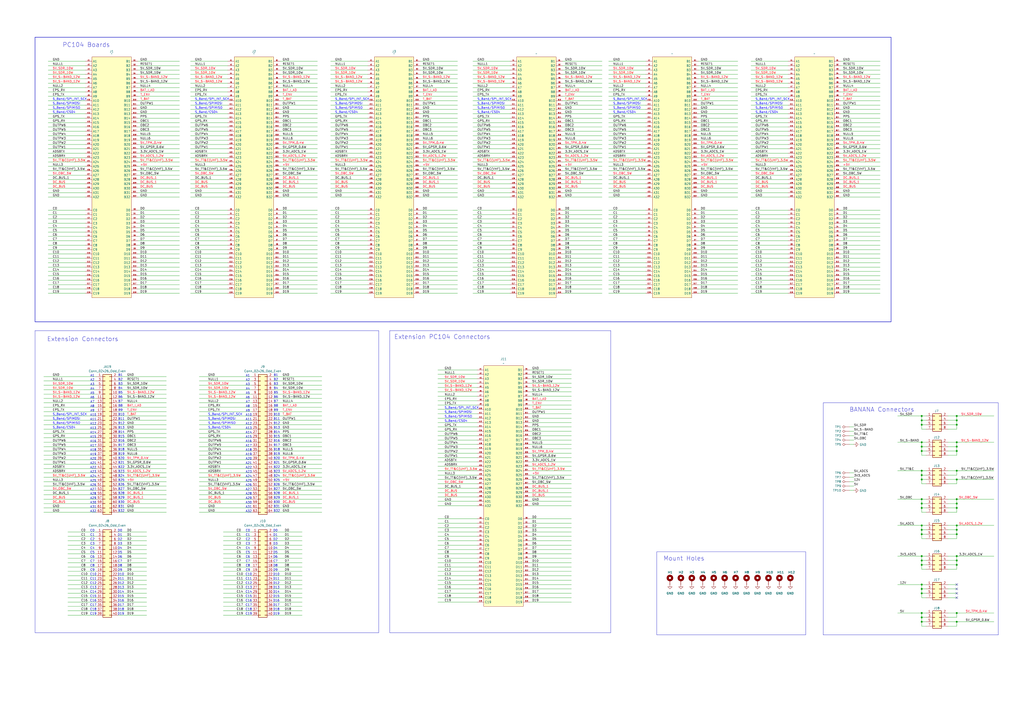
<source format=kicad_sch>
(kicad_sch (version 20250114) (generator "eeschema") (generator_version "9.0")
  (paper "A2")
  (title_block (title "Parus flat-sat") (date "2025-03-22") (rev "0.1") (company "NTUT/TASA"))
  (rectangle (start 20.32 191.77) (end 219.71 367.03))
  (rectangle (start 226.06 191.77) (end 354.33 367.03))
  (rectangle (start 381 320.04) (end 467.36 368.3))
  (rectangle (start 477.52 233.68) (end 579.12 368.3))
  (rectangle (start 20.32 21.59) (end 516.89 186.69) (stroke (width 0.254)))
  (text "A8" (at 143.764 235.712 0) (effects (font (size 1.27 1.27))))
  (text "C7" (at 69.596 325.628 0) (effects (font (size 1.27 1.27))))
  (text "D15" (at 70.104 345.948 0) (effects (font (size 1.27 1.27))))
  (text "B14" (at 160.528 250.698 0) (effects (font (size 1.27 1.27))))
  (text "D10" (at 70.104 333.248 0) (effects (font (size 1.27 1.27))))
  (text "B8" (at 69.85 235.458 0) (effects (font (size 1.27 1.27))))
  (text "B30" (at 160.528 291.338 0) (effects (font (size 1.27 1.27))))
  (text "D11" (at 160.274 335.788 0) (effects (font (size 1.27 1.27))))
  (text "A3" (at 53.594 223.012 0) (effects (font (size 1.27 1.27))))
  (text "A29" (at 54.102 289.052 0) (effects (font (size 1.27 1.27))))
  (text "A13" (at 144.272 248.412 0) (effects (font (size 1.27 1.27))))
  (text "B6" (at 160.02 230.378 0) (effects (font (size 1.27 1.27))))
  (text "B18" (at 70.358 260.858 0) (effects (font (size 1.27 1.27))))
  (text "C19" (at 54.102 356.108 0) (effects (font (size 1.27 1.27))))
  (text "A1" (at 143.764 217.932 0) (effects (font (size 1.27 1.27))))
  (text "C12" (at 54.102 338.328 0) (effects (font (size 1.27 1.27))))
  (text "C16" (at 54.102 348.488 0) (effects (font (size 1.27 1.27))))
  (text "A19" (at 144.272 263.652 0) (effects (font (size 1.27 1.27))))
  (text "B6" (at 69.85 230.378 0) (effects (font (size 1.27 1.27))))
  (text "B2" (at 160.02 220.218 0) (effects (font (size 1.27 1.27))))
  (text "A7" (at 53.594 233.172 0) (effects (font (size 1.27 1.27))))
  (text "C14" (at 144.272 343.408 0) (effects (font (size 1.27 1.27))))
  (text "A31" (at 54.102 294.132 0) (effects (font (size 1.27 1.27))))
  (text "A26" (at 144.272 281.432 0) (effects (font (size 1.27 1.27))))
  (text "D6" (at 69.596 323.088 0) (effects (font (size 1.27 1.27))))
  (text "C0" (at 143.764 307.848 0) (effects (font (size 1.27 1.27))))
  (text "A26" (at 54.102 281.432 0) (effects (font (size 1.27 1.27))))
  (text "B2" (at 69.85 220.218 0) (effects (font (size 1.27 1.27))))
  (text "A21" (at 54.102 268.732 0) (effects (font (size 1.27 1.27))))
  (text "B15" (at 160.528 253.238 0) (effects (font (size 1.27 1.27))))
  (text "B10" (at 160.528 240.538 0) (effects (font (size 1.27 1.27))))
  (text "B30" (at 70.358 291.338 0) (effects (font (size 1.27 1.27))))
  (text "Extension Connectors" (at 48.006 196.85 0) (effects (font (size 2.54 2.54))))
  (text "A11" (at 144.272 243.332 0) (effects (font (size 1.27 1.27))))
  (text "B12" (at 70.358 245.618 0) (effects (font (size 1.27 1.27))))
  (text "D2" (at 159.766 312.928 0) (effects (font (size 1.27 1.27))))
  (text "C18" (at 144.272 353.568 0) (effects (font (size 1.27 1.27))))
  (text "A21" (at 144.272 268.732 0) (effects (font (size 1.27 1.27))))
  (text "A17" (at 144.272 258.572 0) (effects (font (size 1.27 1.27))))
  (text "B21" (at 160.528 268.478 0) (effects (font (size 1.27 1.27))))
  (text "B3" (at 160.02 222.758 0) (effects (font (size 1.27 1.27))))
  (text "D2" (at 69.596 312.928 0) (effects (font (size 1.27 1.27))))
  (text "D0" (at 69.596 307.848 0) (effects (font (size 1.27 1.27))))
  (text "C18" (at 54.102 353.568 0) (effects (font (size 1.27 1.27))))
  (text "A30" (at 144.272 291.592 0) (effects (font (size 1.27 1.27))))
  (text "Extension PC104 Connectors" (at 256.54 195.58 0) (effects (font (size 2.54 2.54))))
  (text "B17" (at 160.528 258.318 0) (effects (font (size 1.27 1.27))))
  (text "B22" (at 70.358 271.018 0) (effects (font (size 1.27 1.27))))
  (text "C7" (at 159.766 325.628 0) (effects (font (size 1.27 1.27))))
  (text "B18" (at 160.528 260.858 0) (effects (font (size 1.27 1.27))))
  (text "B8" (at 160.02 235.458 0) (effects (font (size 1.27 1.27))))
  (text "B11" (at 160.528 243.078 0) (effects (font (size 1.27 1.27))))
  (text "B17" (at 70.358 258.318 0) (effects (font (size 1.27 1.27))))
  (text "B25" (at 160.528 278.638 0) (effects (font (size 1.27 1.27))))
  (text "C10" (at 54.102 333.248 0) (effects (font (size 1.27 1.27))))
  (text "C11" (at 54.102 335.788 0) (effects (font (size 1.27 1.27))))
  (text "D10" (at 160.274 333.248 0) (effects (font (size 1.27 1.27))))
  (text "B27" (at 70.358 283.718 0) (effects (font (size 1.27 1.27))))
  (text "D17" (at 70.104 351.028 0) (effects (font (size 1.27 1.27))))
  (text "B13" (at 70.358 248.158 0) (effects (font (size 1.27 1.27))))
  (text "A14" (at 144.272 250.952 0) (effects (font (size 1.27 1.27))))
  (text "C13" (at 54.102 340.868 0) (effects (font (size 1.27 1.27))))
  (text "D12" (at 70.104 338.328 0) (effects (font (size 1.27 1.27))))
  (text "C12" (at 144.272 338.328 0) (effects (font (size 1.27 1.27))))
  (text "B26" (at 160.528 281.178 0) (effects (font (size 1.27 1.27))))
  (text "A7" (at 143.764 233.172 0) (effects (font (size 1.27 1.27))))
  (text "B24" (at 160.528 276.098 0) (effects (font (size 1.27 1.27))))
  (text "B32" (at 70.358 296.418 0) (effects (font (size 1.27 1.27))))
  (text "D1" (at 69.596 310.388 0) (effects (font (size 1.27 1.27))))
  (text "A13" (at 54.102 248.412 0) (effects (font (size 1.27 1.27))))
  (text "A12" (at 54.102 245.872 0) (effects (font (size 1.27 1.27))))
  (text "C4" (at 143.764 318.008 0) (effects (font (size 1.27 1.27))))
  (text "A25" (at 144.272 278.892 0) (effects (font (size 1.27 1.27))))
  (text "B7" (at 69.85 232.918 0) (effects (font (size 1.27 1.27))))
  (text "B7" (at 160.02 232.918 0) (effects (font (size 1.27 1.27))))
  (text "A6" (at 53.594 230.632 0) (effects (font (size 1.27 1.27))))
  (text "C19" (at 144.272 356.108 0) (effects (font (size 1.27 1.27))))
  (text "B28" (at 70.358 286.258 0) (effects (font (size 1.27 1.27))))
  (text "B4" (at 160.02 225.298 0) (effects (font (size 1.27 1.27))))
  (text "D4" (at 159.766 318.008 0) (effects (font (size 1.27 1.27))))
  (text "A16" (at 54.102 256.032 0) (effects (font (size 1.27 1.27))))
  (text "BANANA Connectors" (at 511.556 237.744 0) (effects (font (size 2.54 2.54))))
  (text "B13" (at 160.528 248.158 0) (effects (font (size 1.27 1.27))))
  (text "D3" (at 159.766 315.468 0) (effects (font (size 1.27 1.27))))
  (text "C9" (at 53.594 330.708 0) (effects (font (size 1.27 1.27))))
  (text "A3" (at 143.764 223.012 0) (effects (font (size 1.27 1.27))))
  (text "D16" (at 70.104 348.488 0) (effects (font (size 1.27 1.27))))
  (text "A19" (at 54.102 263.652 0) (effects (font (size 1.27 1.27))))
  (text "A27" (at 144.272 283.972 0) (effects (font (size 1.27 1.27))))
  (text "C2" (at 53.594 312.928 0) (effects (font (size 1.27 1.27))))
  (text "B14" (at 70.358 250.698 0) (effects (font (size 1.27 1.27))))
  (text "B5" (at 69.85 227.838 0) (effects (font (size 1.27 1.27))))
  (text "D8" (at 159.766 328.168 0) (effects (font (size 1.27 1.27))))
  (text "D14" (at 160.274 343.408 0) (effects (font (size 1.27 1.27))))
  (text "C8" (at 143.764 328.168 0) (effects (font (size 1.27 1.27))))
  (text "C11" (at 144.272 335.788 0) (effects (font (size 1.27 1.27))))
  (text "B24" (at 70.358 276.098 0) (effects (font (size 1.27 1.27))))
  (text "A5" (at 53.594 228.092 0) (effects (font (size 1.27 1.27))))
  (text "A20" (at 144.272 266.192 0) (effects (font (size 1.27 1.27))))
  (text "A2" (at 53.594 220.472 0) (effects (font (size 1.27 1.27))))
  (text "D5" (at 69.596 320.548 0) (effects (font (size 1.27 1.27))))
  (text "C3" (at 143.764 315.468 0) (effects (font (size 1.27 1.27))))
  (text "D19" (at 160.274 356.108 0) (effects (font (size 1.27 1.27))))
  (text "B26" (at 70.358 281.178 0) (effects (font (size 1.27 1.27))))
  (text "C17" (at 144.272 351.028 0) (effects (font (size 1.27 1.27))))
  (text "A20" (at 54.102 266.192 0) (effects (font (size 1.27 1.27))))
  (text "A10" (at 54.102 240.792 0) (effects (font (size 1.27 1.27))))
  (text "C2" (at 143.764 312.928 0) (effects (font (size 1.27 1.27))))
  (text "A10" (at 144.272 240.792 0) (effects (font (size 1.27 1.27))))
  (text "D14" (at 70.104 343.408 0) (effects (font (size 1.27 1.27))))
  (text "D17" (at 160.274 351.028 0) (effects (font (size 1.27 1.27))))
  (text "C7" (at 53.594 325.628 0) (effects (font (size 1.27 1.27))))
  (text "A9" (at 143.764 238.252 0) (effects (font (size 1.27 1.27))))
  (text "A23" (at 54.102 273.812 0) (effects (font (size 1.27 1.27))))
  (text "C6" (at 53.594 323.088 0) (effects (font (size 1.27 1.27))))
  (text "B20" (at 160.528 265.938 0) (effects (font (size 1.27 1.27))))
  (text "A30" (at 54.102 291.592 0) (effects (font (size 1.27 1.27))))
  (text "A15" (at 54.102 253.492 0) (effects (font (size 1.27 1.27))))
  (text "A6" (at 143.764 230.632 0) (effects (font (size 1.27 1.27))))
  (text "C16" (at 144.272 348.488 0) (effects (font (size 1.27 1.27))))
  (text "C7" (at 143.764 325.628 0) (effects (font (size 1.27 1.27))))
  (text "D12" (at 160.274 338.328 0) (effects (font (size 1.27 1.27))))
  (text "D11" (at 70.104 335.788 0) (effects (font (size 1.27 1.27))))
  (text "A22" (at 54.102 271.272 0) (effects (font (size 1.27 1.27))))
  (text "A32" (at 144.272 296.672 0) (effects (font (size 1.27 1.27))))
  (text "C15" (at 54.102 345.948 0) (effects (font (size 1.27 1.27))))
  (text "C5" (at 53.594 320.548 0) (effects (font (size 1.27 1.27))))
  (text "D8" (at 69.596 328.168 0) (effects (font (size 1.27 1.27))))
  (text "D0" (at 159.766 307.848 0) (effects (font (size 1.27 1.27))))
  (text "A4" (at 143.764 225.552 0) (effects (font (size 1.27 1.27))))
  (text "D9" (at 159.766 330.708 0) (effects (font (size 1.27 1.27))))
  (text "D1" (at 159.766 310.388 0) (effects (font (size 1.27 1.27))))
  (text "B25" (at 70.358 278.638 0) (effects (font (size 1.27 1.27))))
  (text "C1" (at 143.764 310.388 0) (effects (font (size 1.27 1.27))))
  (text "B29" (at 70.358 288.798 0) (effects (font (size 1.27 1.27))))
  (text "A14" (at 54.102 250.952 0) (effects (font (size 1.27 1.27))))
  (text "B21" (at 70.358 268.478 0) (effects (font (size 1.27 1.27))))
  (text "A8" (at 53.594 235.712 0) (effects (font (size 1.27 1.27))))
  (text "D9" (at 69.596 330.708 0) (effects (font (size 1.27 1.27))))
  (text "A9" (at 53.594 238.252 0) (effects (font (size 1.27 1.27))))
  (text "B3" (at 69.85 222.758 0) (effects (font (size 1.27 1.27))))
  (text "A18" (at 54.102 261.112 0) (effects (font (size 1.27 1.27))))
  (text "C10" (at 144.272 333.248 0) (effects (font (size 1.27 1.27))))
  (text "A17" (at 54.102 258.572 0) (effects (font (size 1.27 1.27))))
  (text "C6" (at 143.764 323.088 0) (effects (font (size 1.27 1.27))))
  (text "C5" (at 143.764 320.548 0) (effects (font (size 1.27 1.27))))
  (text "Mount Holes" (at 396.748 324.104 0) (effects (font (size 2.54 2.54))))
  (text "A18" (at 144.272 261.112 0) (effects (font (size 1.27 1.27))))
  (text "B29" (at 160.528 288.798 0) (effects (font (size 1.27 1.27))))
  (text "B9" (at 69.85 237.998 0) (effects (font (size 1.27 1.27))))
  (text "PC104 Boards" (at 50.038 26.162 0) (effects (font (size 2.54 2.54))))
  (text "D18" (at 160.274 353.568 0) (effects (font (size 1.27 1.27))))
  (text "C1" (at 53.594 310.388 0) (effects (font (size 1.27 1.27))))
  (text "C8" (at 53.594 328.168 0) (effects (font (size 1.27 1.27))))
  (text "B23" (at 70.358 273.558 0) (effects (font (size 1.27 1.27))))
  (text "A29" (at 144.272 289.052 0) (effects (font (size 1.27 1.27))))
  (text "C3" (at 53.594 315.468 0) (effects (font (size 1.27 1.27))))
  (text "C17" (at 54.102 351.028 0) (effects (font (size 1.27 1.27))))
  (text "D6" (at 159.766 323.088 0) (effects (font (size 1.27 1.27))))
  (text "B27" (at 160.528 283.718 0) (effects (font (size 1.27 1.27))))
  (text "B28" (at 160.528 286.258 0) (effects (font (size 1.27 1.27))))
  (text "A25" (at 54.102 278.892 0) (effects (font (size 1.27 1.27))))
  (text "B12" (at 160.528 245.618 0) (effects (font (size 1.27 1.27))))
  (text "C15" (at 144.272 345.948 0) (effects (font (size 1.27 1.27))))
  (text "A2" (at 143.764 220.472 0) (effects (font (size 1.27 1.27))))
  (text "B5" (at 160.02 227.838 0) (effects (font (size 1.27 1.27))))
  (text "B10" (at 70.358 240.538 0) (effects (font (size 1.27 1.27))))
  (text "B16" (at 160.528 255.778 0) (effects (font (size 1.27 1.27))))
  (text "A1" (at 53.594 217.932 0) (effects (font (size 1.27 1.27))))
  (text "A22" (at 144.272 271.272 0) (effects (font (size 1.27 1.27))))
  (text "B19" (at 70.358 263.398 0) (effects (font (size 1.27 1.27))))
  (text "C14" (at 54.102 343.408 0) (effects (font (size 1.27 1.27))))
  (text "D13" (at 160.274 340.868 0) (effects (font (size 1.27 1.27))))
  (text "B9" (at 160.02 237.998 0) (effects (font (size 1.27 1.27))))
  (text "B32" (at 160.528 296.418 0) (effects (font (size 1.27 1.27))))
  (text "D3" (at 69.596 315.468 0) (effects (font (size 1.27 1.27))))
  (text "A12" (at 144.272 245.872 0) (effects (font (size 1.27 1.27))))
  (text "A24" (at 54.102 276.352 0) (effects (font (size 1.27 1.27))))
  (text "A28" (at 144.272 286.512 0) (effects (font (size 1.27 1.27))))
  (text "B1" (at 69.85 217.678 0) (effects (font (size 1.27 1.27))))
  (text "B15" (at 70.358 253.238 0) (effects (font (size 1.27 1.27))))
  (text "B31" (at 160.528 293.878 0) (effects (font (size 1.27 1.27))))
  (text "D18" (at 70.104 353.568 0) (effects (font (size 1.27 1.27))))
  (text "B11" (at 70.358 243.078 0) (effects (font (size 1.27 1.27))))
  (text "A23" (at 144.272 273.812 0) (effects (font (size 1.27 1.27))))
  (text "B23" (at 160.528 273.558 0) (effects (font (size 1.27 1.27))))
  (text "B16" (at 70.358 255.778 0) (effects (font (size 1.27 1.27))))
  (text "C13" (at 144.272 340.868 0) (effects (font (size 1.27 1.27))))
  (text "B4" (at 69.85 225.298 0) (effects (font (size 1.27 1.27))))
  (text "D19" (at 70.104 356.108 0) (effects (font (size 1.27 1.27))))
  (text "D4" (at 69.596 318.008 0) (effects (font (size 1.27 1.27))))
  (text "A24" (at 144.272 276.352 0) (effects (font (size 1.27 1.27))))
  (text "B19" (at 160.528 263.398 0) (effects (font (size 1.27 1.27))))
  (text "A28" (at 54.102 286.512 0) (effects (font (size 1.27 1.27))))
  (text "C9" (at 143.764 330.708 0) (effects (font (size 1.27 1.27))))
  (text "D15" (at 160.274 345.948 0) (effects (font (size 1.27 1.27))))
  (text "A27" (at 54.102 283.972 0) (effects (font (size 1.27 1.27))))
  (text "A32" (at 54.102 296.672 0) (effects (font (size 1.27 1.27))))
  (text "A15" (at 144.272 253.492 0) (effects (font (size 1.27 1.27))))
  (text "B1" (at 160.02 217.678 0) (effects (font (size 1.27 1.27))))
  (text "C0" (at 53.594 307.848 0) (effects (font (size 1.27 1.27))))
  (text "B22" (at 160.528 271.018 0) (effects (font (size 1.27 1.27))))
  (text "D5" (at 159.766 320.548 0) (effects (font (size 1.27 1.27))))
  (text "D13" (at 70.104 340.868 0) (effects (font (size 1.27 1.27))))
  (text "C4" (at 53.594 318.008 0) (effects (font (size 1.27 1.27))))
  (text "D16" (at 160.274 348.488 0) (effects (font (size 1.27 1.27))))
  (text "A5" (at 143.764 228.092 0) (effects (font (size 1.27 1.27))))
  (text "A11" (at 54.102 243.332 0) (effects (font (size 1.27 1.27))))
  (text "B31" (at 70.358 293.878 0) (effects (font (size 1.27 1.27))))
  (text "A4" (at 53.594 225.552 0) (effects (font (size 1.27 1.27))))
  (text "A31" (at 144.272 294.132 0) (effects (font (size 1.27 1.27))))
  (text "A16" (at 144.272 256.032 0) (effects (font (size 1.27 1.27))))
  (text "B20" (at 70.358 265.938 0) (effects (font (size 1.27 1.27))))
  (junction (at 534.67 294.64))
  (junction (at 554.99 355.6))
  (junction (at 534.67 325.12))
  (junction (at 554.99 278.13))
  (junction (at 534.67 275.59))
  (junction (at 534.67 278.13))
  (junction (at 534.67 322.58))
  (junction (at 534.67 341.63))
  (junction (at 534.67 339.09))
  (junction (at 554.99 273.05))
  (junction (at 534.67 243.84))
  (junction (at 534.67 304.8))
  (junction (at 534.67 355.6))
  (junction (at 534.67 241.3))
  (junction (at 534.67 292.1))
  (junction (at 554.99 243.84))
  (junction (at 554.99 261.62))
  (junction (at 554.99 307.34))
  (junction (at 534.67 344.17))
  (junction (at 554.99 246.38))
  (junction (at 554.99 304.8))
  (junction (at 554.99 292.1))
  (junction (at 534.67 358.14))
  (junction (at 534.67 256.54))
  (junction (at 534.67 289.56))
  (junction (at 534.67 327.66))
  (junction (at 554.99 241.3))
  (junction (at 554.99 327.66))
  (junction (at 554.99 256.54))
  (junction (at 534.67 307.34))
  (junction (at 534.67 246.38))
  (junction (at 534.67 273.05))
  (junction (at 554.99 259.08))
  (junction (at 534.67 261.62))
  (junction (at 554.99 289.56))
  (junction (at 554.99 325.12))
  (junction (at 554.99 360.68))
  (junction (at 534.67 309.88))
  (junction (at 554.99 322.58))
  (junction (at 534.67 259.08))
  (junction (at 554.99 309.88))
  (junction (at 554.99 294.64))
  (junction (at 534.67 360.68))
  (no_connect (at 554.99 344.17))
  (no_connect (at 554.99 339.09))
  (no_connect (at 554.99 346.71))
  (no_connect (at 554.99 341.63))
  (wire (pts (xy 353.06 68.58) (xy 374.65 68.58)))
  (wire (pts (xy 243.84 93.98) (xy 265.43 93.98)))
  (wire (pts (xy 243.84 53.34) (xy 265.43 53.34)))
  (wire (pts (xy 243.84 58.42) (xy 265.43 58.42)))
  (wire (pts (xy 110.49 149.86) (xy 132.08 149.86)))
  (wire (pts (xy 191.77 121.92) (xy 213.36 121.92)))
  (wire (pts (xy 243.84 149.86) (xy 265.43 149.86)))
  (wire (pts (xy 435.61 104.14) (xy 457.2 104.14)))
  (wire (pts (xy 274.32 48.26) (xy 295.91 48.26)))
  (wire (pts (xy 68.58 294.64) (xy 96.52 294.64)))
  (wire (pts (xy 254 219.71) (xy 276.86 219.71)))
  (wire (pts (xy 353.06 83.82) (xy 374.65 83.82)))
  (wire (pts (xy 554.99 297.18) (xy 554.99 294.64)))
  (wire (pts (xy 243.84 137.16) (xy 265.43 137.16)))
  (wire (pts (xy 254 270.51) (xy 276.86 270.51)))
  (wire (pts (xy 307.34 252.73) (xy 331.47 252.73)))
  (wire (pts (xy 435.61 162.56) (xy 457.2 162.56)))
  (wire (pts (xy 243.84 78.74) (xy 265.43 78.74)))
  (wire (pts (xy 405.13 132.08) (xy 427.99 132.08)))
  (wire (pts (xy 435.61 45.72) (xy 457.2 45.72)))
  (wire (pts (xy 435.61 106.68) (xy 457.2 106.68)))
  (wire (pts (xy 158.75 259.08) (xy 186.69 259.08)))
  (wire (pts (xy 307.34 270.51) (xy 331.47 270.51)))
  (wire (pts (xy 110.49 109.22) (xy 132.08 109.22)))
  (wire (pts (xy 162.56 127) (xy 184.15 127)))
  (wire (pts (xy 158.75 248.92) (xy 186.69 248.92)))
  (wire (pts (xy 353.06 111.76) (xy 374.65 111.76)))
  (wire (pts (xy 27.94 73.66) (xy 49.53 73.66)))
  (wire (pts (xy 405.13 76.2) (xy 427.99 76.2)))
  (wire (pts (xy 80.01 129.54) (xy 104.14 129.54)))
  (wire (pts (xy 80.01 167.64) (xy 104.14 167.64)))
  (wire (pts (xy 68.58 243.84) (xy 96.52 243.84)))
  (wire (pts (xy 158.75 344.17) (xy 175.26 344.17)))
  (wire (pts (xy 115.57 271.78) (xy 146.05 271.78)))
  (wire (pts (xy 191.77 134.62) (xy 213.36 134.62)))
  (wire (pts (xy 68.58 241.3) (xy 96.52 241.3)))
  (wire (pts (xy 487.68 170.18) (xy 510.54 170.18)))
  (wire (pts (xy 27.94 99.06) (xy 49.53 99.06)))
  (wire (pts (xy 80.01 88.9) (xy 104.14 88.9)))
  (wire (pts (xy 68.58 233.68) (xy 96.52 233.68)))
  (wire (pts (xy 243.84 134.62) (xy 265.43 134.62)))
  (wire (pts (xy 158.75 220.98) (xy 186.69 220.98)))
  (wire (pts (xy 435.61 167.64) (xy 457.2 167.64)))
  (wire (pts (xy 243.84 147.32) (xy 265.43 147.32)))
  (wire (pts (xy 254 341.63) (xy 276.86 341.63)))
  (wire (pts (xy 307.34 283.21) (xy 331.47 283.21)))
  (wire (pts (xy 307.34 234.95) (xy 331.47 234.95)))
  (wire (pts (xy 549.91 243.84) (xy 554.99 243.84)))
  (wire (pts (xy 191.77 96.52) (xy 213.36 96.52)))
  (wire (pts (xy 405.13 104.14) (xy 427.99 104.14)))
  (wire (pts (xy 27.94 104.14) (xy 49.53 104.14)))
  (wire (pts (xy 326.39 81.28) (xy 349.25 81.28)))
  (wire (pts (xy 549.91 292.1) (xy 554.99 292.1)))
  (wire (pts (xy 254 247.65) (xy 276.86 247.65)))
  (wire (pts (xy 274.32 167.64) (xy 295.91 167.64)))
  (wire (pts (xy 162.56 76.2) (xy 184.15 76.2)))
  (wire (pts (xy 115.57 274.32) (xy 146.05 274.32)))
  (wire (pts (xy 254 323.85) (xy 276.86 323.85)))
  (wire (pts (xy 158.75 223.52) (xy 186.69 223.52)))
  (wire (pts (xy 326.39 53.34) (xy 349.25 53.34)))
  (wire (pts (xy 158.75 297.18) (xy 186.69 297.18)))
  (wire (pts (xy 487.68 152.4) (xy 510.54 152.4)))
  (wire (pts (xy 68.58 256.54) (xy 96.52 256.54)))
  (wire (pts (xy 435.61 40.64) (xy 457.2 40.64)))
  (wire (pts (xy 110.49 124.46) (xy 132.08 124.46)))
  (wire (pts (xy 554.99 307.34) (xy 554.99 304.8)))
  (wire (pts (xy 326.39 104.14) (xy 349.25 104.14)))
  (wire (pts (xy 435.61 132.08) (xy 457.2 132.08)))
  (wire (pts (xy 534.67 346.71) (xy 534.67 344.17)))
  (wire (pts (xy 27.94 106.68) (xy 49.53 106.68)))
  (wire (pts (xy 39.37 339.09) (xy 55.88 339.09)))
  (wire (pts (xy 405.13 170.18) (xy 427.99 170.18)))
  (wire (pts (xy 534.67 358.14) (xy 537.21 358.14)))
  (wire (pts (xy 243.84 142.24) (xy 265.43 142.24)))
  (wire (pts (xy 274.32 35.56) (xy 295.91 35.56)))
  (wire (pts (xy 27.94 165.1) (xy 49.53 165.1)))
  (wire (pts (xy 39.37 308.61) (xy 55.88 308.61)))
  (wire (pts (xy 80.01 144.78) (xy 104.14 144.78)))
  (wire (pts (xy 243.84 45.72) (xy 265.43 45.72)))
  (wire (pts (xy 68.58 226.06) (xy 96.52 226.06)))
  (wire (pts (xy 274.32 114.3) (xy 295.91 114.3)))
  (wire (pts (xy 487.68 83.82) (xy 510.54 83.82)))
  (wire (pts (xy 110.49 91.44) (xy 132.08 91.44)))
  (wire (pts (xy 534.67 278.13) (xy 537.21 278.13)))
  (wire (pts (xy 191.77 58.42) (xy 213.36 58.42)))
  (wire (pts (xy 405.13 96.52) (xy 427.99 96.52)))
  (wire (pts (xy 27.94 38.1) (xy 49.53 38.1)))
  (wire (pts (xy 435.61 48.26) (xy 457.2 48.26)))
  (wire (pts (xy 435.61 152.4) (xy 457.2 152.4)))
  (wire (pts (xy 534.67 246.38) (xy 537.21 246.38)))
  (wire (pts (xy 554.99 273.05) (xy 576.58 273.05)))
  (wire (pts (xy 495.3 281.94) (xy 492.76 281.94)))
  (wire (pts (xy 353.06 43.18) (xy 374.65 43.18)))
  (wire (pts (xy 68.58 328.93) (xy 85.09 328.93)))
  (wire (pts (xy 307.34 316.23) (xy 331.47 316.23)))
  (wire (pts (xy 162.56 109.22) (xy 184.15 109.22)))
  (wire (pts (xy 191.77 160.02) (xy 213.36 160.02)))
  (wire (pts (xy 80.01 83.82) (xy 104.14 83.82)))
  (wire (pts (xy 191.77 68.58) (xy 213.36 68.58)))
  (wire (pts (xy 435.61 154.94) (xy 457.2 154.94)))
  (wire (pts (xy 110.49 38.1) (xy 132.08 38.1)))
  (wire (pts (xy 243.84 91.44) (xy 265.43 91.44)))
  (wire (pts (xy 243.84 144.78) (xy 265.43 144.78)))
  (wire (pts (xy 39.37 321.31) (xy 55.88 321.31)))
  (wire (pts (xy 274.32 109.22) (xy 295.91 109.22)))
  (wire (pts (xy 68.58 339.09) (xy 85.09 339.09)))
  (wire (pts (xy 110.49 73.66) (xy 132.08 73.66)))
  (wire (pts (xy 254 313.69) (xy 276.86 313.69)))
  (wire (pts (xy 534.67 280.67) (xy 534.67 278.13)))
  (wire (pts (xy 158.75 318.77) (xy 175.26 318.77)))
  (wire (pts (xy 534.67 292.1) (xy 537.21 292.1)))
  (wire (pts (xy 487.68 129.54) (xy 510.54 129.54)))
  (wire (pts (xy 405.13 142.24) (xy 427.99 142.24)))
  (wire (pts (xy 80.01 73.66) (xy 104.14 73.66)))
  (wire (pts (xy 326.39 78.74) (xy 349.25 78.74)))
  (wire (pts (xy 326.39 152.4) (xy 349.25 152.4)))
  (wire (pts (xy 110.49 63.5) (xy 132.08 63.5)))
  (wire (pts (xy 435.61 55.88) (xy 457.2 55.88)))
  (wire (pts (xy 191.77 157.48) (xy 213.36 157.48)))
  (wire (pts (xy 254 275.59) (xy 276.86 275.59)))
  (wire (pts (xy 158.75 313.69) (xy 175.26 313.69)))
  (wire (pts (xy 537.21 297.18) (xy 534.67 297.18)))
  (wire (pts (xy 487.68 137.16) (xy 510.54 137.16)))
  (wire (pts (xy 487.68 154.94) (xy 510.54 154.94)))
  (wire (pts (xy 80.01 114.3) (xy 104.14 114.3)))
  (wire (pts (xy 191.77 88.9) (xy 213.36 88.9)))
  (wire (pts (xy 534.67 355.6) (xy 537.21 355.6)))
  (wire (pts (xy 80.01 86.36) (xy 104.14 86.36)))
  (wire (pts (xy 243.84 60.96) (xy 265.43 60.96)))
  (wire (pts (xy 162.56 134.62) (xy 184.15 134.62)))
  (wire (pts (xy 435.61 93.98) (xy 457.2 93.98)))
  (wire (pts (xy 326.39 149.86) (xy 349.25 149.86)))
  (wire (pts (xy 110.49 162.56) (xy 132.08 162.56)))
  (wire (pts (xy 162.56 88.9) (xy 184.15 88.9)))
  (wire (pts (xy 162.56 132.08) (xy 184.15 132.08)))
  (wire (pts (xy 254 326.39) (xy 276.86 326.39)))
  (wire (pts (xy 158.75 287.02) (xy 186.69 287.02)))
  (wire (pts (xy 326.39 73.66) (xy 349.25 73.66)))
  (wire (pts (xy 487.68 111.76) (xy 510.54 111.76)))
  (wire (pts (xy 405.13 93.98) (xy 427.99 93.98)))
  (wire (pts (xy 554.99 322.58) (xy 576.58 322.58)))
  (wire (pts (xy 162.56 124.46) (xy 184.15 124.46)))
  (wire (pts (xy 68.58 311.15) (xy 85.09 311.15)))
  (wire (pts (xy 495.3 276.86) (xy 492.76 276.86)))
  (wire (pts (xy 68.58 318.77) (xy 85.09 318.77)))
  (wire (pts (xy 110.49 106.68) (xy 132.08 106.68)))
  (wire (pts (xy 254 217.17) (xy 276.86 217.17)))
  (wire (pts (xy 68.58 281.94) (xy 96.52 281.94)))
  (wire (pts (xy 254 344.17) (xy 276.86 344.17)))
  (wire (pts (xy 162.56 104.14) (xy 184.15 104.14)))
  (wire (pts (xy 115.57 226.06) (xy 146.05 226.06)))
  (wire (pts (xy 115.57 256.54) (xy 146.05 256.54)))
  (wire (pts (xy 243.84 43.18) (xy 265.43 43.18)))
  (wire (pts (xy 326.39 167.64) (xy 349.25 167.64)))
  (wire (pts (xy 110.49 127) (xy 132.08 127)))
  (wire (pts (xy 353.06 45.72) (xy 374.65 45.72)))
  (wire (pts (xy 326.39 121.92) (xy 349.25 121.92)))
  (wire (pts (xy 158.75 271.78) (xy 186.69 271.78)))
  (wire (pts (xy 326.39 38.1) (xy 349.25 38.1)))
  (wire (pts (xy 254 232.41) (xy 276.86 232.41)))
  (wire (pts (xy 487.68 127) (xy 510.54 127)))
  (wire (pts (xy 243.84 111.76) (xy 265.43 111.76)))
  (wire (pts (xy 162.56 101.6) (xy 184.15 101.6)))
  (wire (pts (xy 162.56 147.32) (xy 184.15 147.32)))
  (wire (pts (xy 549.91 246.38) (xy 554.99 246.38)))
  (wire (pts (xy 110.49 167.64) (xy 132.08 167.64)))
  (wire (pts (xy 534.67 358.14) (xy 534.67 355.6)))
  (wire (pts (xy 68.58 236.22) (xy 96.52 236.22)))
  (wire (pts (xy 80.01 137.16) (xy 104.14 137.16)))
  (wire (pts (xy 80.01 96.52) (xy 104.14 96.52)))
  (wire (pts (xy 191.77 71.12) (xy 213.36 71.12)))
  (wire (pts (xy 68.58 276.86) (xy 96.52 276.86)))
  (wire (pts (xy 554.99 292.1) (xy 554.99 289.56)))
  (wire (pts (xy 115.57 287.02) (xy 146.05 287.02)))
  (wire (pts (xy 158.75 323.85) (xy 175.26 323.85)))
  (wire (pts (xy 534.67 344.17) (xy 534.67 341.63)))
  (wire (pts (xy 307.34 331.47) (xy 331.47 331.47)))
  (wire (pts (xy 158.75 326.39) (xy 175.26 326.39)))
  (wire (pts (xy 353.06 157.48) (xy 374.65 157.48)))
  (wire (pts (xy 243.84 167.64) (xy 265.43 167.64)))
  (wire (pts (xy 405.13 137.16) (xy 427.99 137.16)))
  (wire (pts (xy 162.56 167.64) (xy 184.15 167.64)))
  (wire (pts (xy 68.58 248.92) (xy 96.52 248.92)))
  (wire (pts (xy 549.91 264.16) (xy 554.99 264.16)))
  (wire (pts (xy 405.13 154.94) (xy 427.99 154.94)))
  (wire (pts (xy 110.49 160.02) (xy 132.08 160.02)))
  (wire (pts (xy 534.67 243.84) (xy 537.21 243.84)))
  (wire (pts (xy 554.99 246.38) (xy 554.99 243.84)))
  (wire (pts (xy 27.94 127) (xy 49.53 127)))
  (wire (pts (xy 326.39 35.56) (xy 349.25 35.56)))
  (wire (pts (xy 405.13 86.36) (xy 427.99 86.36)))
  (wire (pts (xy 549.91 360.68) (xy 554.99 360.68)))
  (wire (pts (xy 554.99 241.3) (xy 576.58 241.3)))
  (wire (pts (xy 534.67 294.64) (xy 534.67 292.1)))
  (wire (pts (xy 158.75 321.31) (xy 175.26 321.31)))
  (wire (pts (xy 405.13 121.92) (xy 427.99 121.92)))
  (wire (pts (xy 307.34 321.31) (xy 331.47 321.31)))
  (wire (pts (xy 307.34 336.55) (xy 331.47 336.55)))
  (wire (pts (xy 39.37 336.55) (xy 55.88 336.55)))
  (wire (pts (xy 326.39 101.6) (xy 349.25 101.6)))
  (wire (pts (xy 158.75 276.86) (xy 186.69 276.86)))
  (wire (pts (xy 435.61 78.74) (xy 457.2 78.74)))
  (wire (pts (xy 162.56 154.94) (xy 184.15 154.94)))
  (wire (pts (xy 80.01 53.34) (xy 104.14 53.34)))
  (wire (pts (xy 274.32 88.9) (xy 295.91 88.9)))
  (wire (pts (xy 243.84 121.92) (xy 265.43 121.92)))
  (wire (pts (xy 25.4 274.32) (xy 55.88 274.32)))
  (wire (pts (xy 158.75 294.64) (xy 186.69 294.64)))
  (wire (pts (xy 534.67 327.66) (xy 537.21 327.66)))
  (wire (pts (xy 405.13 160.02) (xy 427.99 160.02)))
  (wire (pts (xy 115.57 261.62) (xy 146.05 261.62)))
  (wire (pts (xy 549.91 322.58) (xy 554.99 322.58)))
  (wire (pts (xy 158.75 292.1) (xy 186.69 292.1)))
  (wire (pts (xy 243.84 96.52) (xy 265.43 96.52)))
  (wire (pts (xy 307.34 341.63) (xy 331.47 341.63)))
  (wire (pts (xy 162.56 144.78) (xy 184.15 144.78)))
  (wire (pts (xy 27.94 60.96) (xy 49.53 60.96)))
  (wire (pts (xy 554.99 355.6) (xy 576.58 355.6)))
  (wire (pts (xy 191.77 132.08) (xy 213.36 132.08)))
  (wire (pts (xy 495.3 279.4) (xy 492.76 279.4)))
  (wire (pts (xy 243.84 162.56) (xy 265.43 162.56)))
  (wire (pts (xy 110.49 60.96) (xy 132.08 60.96)))
  (wire (pts (xy 162.56 83.82) (xy 184.15 83.82)))
  (wire (pts (xy 68.58 228.6) (xy 96.52 228.6)))
  (wire (pts (xy 191.77 99.06) (xy 213.36 99.06)))
  (wire (pts (xy 254 252.73) (xy 276.86 252.73)))
  (wire (pts (xy 307.34 275.59) (xy 331.47 275.59)))
  (wire (pts (xy 435.61 127) (xy 457.2 127)))
  (wire (pts (xy 110.49 71.12) (xy 132.08 71.12)))
  (wire (pts (xy 495.3 257.81) (xy 492.76 257.81)))
  (wire (pts (xy 353.06 144.78) (xy 374.65 144.78)))
  (wire (pts (xy 353.06 170.18) (xy 374.65 170.18)))
  (wire (pts (xy 27.94 109.22) (xy 49.53 109.22)))
  (wire (pts (xy 115.57 269.24) (xy 146.05 269.24)))
  (wire (pts (xy 27.94 81.28) (xy 49.53 81.28)))
  (wire (pts (xy 353.06 129.54) (xy 374.65 129.54)))
  (wire (pts (xy 254 214.63) (xy 276.86 214.63)))
  (wire (pts (xy 307.34 300.99) (xy 331.47 300.99)))
  (wire (pts (xy 326.39 43.18) (xy 349.25 43.18)))
  (wire (pts (xy 274.32 38.1) (xy 295.91 38.1)))
  (wire (pts (xy 534.67 278.13) (xy 534.67 275.59)))
  (wire (pts (xy 274.32 40.64) (xy 295.91 40.64)))
  (wire (pts (xy 435.61 114.3) (xy 457.2 114.3)))
  (wire (pts (xy 405.13 134.62) (xy 427.99 134.62)))
  (wire (pts (xy 158.75 356.87) (xy 175.26 356.87)))
  (wire (pts (xy 191.77 63.5) (xy 213.36 63.5)))
  (wire (pts (xy 405.13 68.58) (xy 427.99 68.58)))
  (wire (pts (xy 68.58 292.1) (xy 96.52 292.1)))
  (wire (pts (xy 274.32 83.82) (xy 295.91 83.82)))
  (wire (pts (xy 274.32 63.5) (xy 295.91 63.5)))
  (wire (pts (xy 27.94 78.74) (xy 49.53 78.74)))
  (wire (pts (xy 162.56 149.86) (xy 184.15 149.86)))
  (wire (pts (xy 191.77 35.56) (xy 213.36 35.56)))
  (wire (pts (xy 115.57 238.76) (xy 146.05 238.76)))
  (wire (pts (xy 353.06 160.02) (xy 374.65 160.02)))
  (wire (pts (xy 326.39 106.68) (xy 349.25 106.68)))
  (wire (pts (xy 243.84 157.48) (xy 265.43 157.48)))
  (wire (pts (xy 326.39 147.32) (xy 349.25 147.32)))
  (wire (pts (xy 162.56 68.58) (xy 184.15 68.58)))
  (wire (pts (xy 110.49 134.62) (xy 132.08 134.62)))
  (wire (pts (xy 405.13 43.18) (xy 427.99 43.18)))
  (wire (pts (xy 110.49 35.56) (xy 132.08 35.56)))
  (wire (pts (xy 326.39 114.3) (xy 349.25 114.3)))
  (wire (pts (xy 274.32 66.04) (xy 295.91 66.04)))
  (wire (pts (xy 80.01 38.1) (xy 104.14 38.1)))
  (wire (pts (xy 435.61 66.04) (xy 457.2 66.04)))
  (wire (pts (xy 254 306.07) (xy 276.86 306.07)))
  (wire (pts (xy 487.68 60.96) (xy 510.54 60.96)))
  (wire (pts (xy 27.94 101.6) (xy 49.53 101.6)))
  (wire (pts (xy 27.94 35.56) (xy 49.53 35.56)))
  (wire (pts (xy 405.13 45.72) (xy 427.99 45.72)))
  (wire (pts (xy 254 308.61) (xy 276.86 308.61)))
  (wire (pts (xy 435.61 129.54) (xy 457.2 129.54)))
  (wire (pts (xy 68.58 274.32) (xy 96.52 274.32)))
  (wire (pts (xy 405.13 63.5) (xy 427.99 63.5)))
  (wire (pts (xy 495.3 255.27) (xy 492.76 255.27)))
  (wire (pts (xy 405.13 66.04) (xy 427.99 66.04)))
  (wire (pts (xy 254 224.79) (xy 276.86 224.79)))
  (wire (pts (xy 110.49 83.82) (xy 132.08 83.82)))
  (wire (pts (xy 326.39 86.36) (xy 349.25 86.36)))
  (wire (pts (xy 25.4 264.16) (xy 55.88 264.16)))
  (wire (pts (xy 191.77 142.24) (xy 213.36 142.24)))
  (wire (pts (xy 254 267.97) (xy 276.86 267.97)))
  (wire (pts (xy 549.91 309.88) (xy 554.99 309.88)))
  (wire (pts (xy 80.01 43.18) (xy 104.14 43.18)))
  (wire (pts (xy 243.84 55.88) (xy 265.43 55.88)))
  (wire (pts (xy 405.13 60.96) (xy 427.99 60.96)))
  (wire (pts (xy 435.61 96.52) (xy 457.2 96.52)))
  (wire (pts (xy 68.58 344.17) (xy 85.09 344.17)))
  (wire (pts (xy 487.68 73.66) (xy 510.54 73.66)))
  (wire (pts (xy 158.75 334.01) (xy 175.26 334.01)))
  (wire (pts (xy 110.49 68.58) (xy 132.08 68.58)))
  (wire (pts (xy 307.34 339.09) (xy 331.47 339.09)))
  (wire (pts (xy 68.58 279.4) (xy 96.52 279.4)))
  (wire (pts (xy 158.75 243.84) (xy 186.69 243.84)))
  (wire (pts (xy 158.75 228.6) (xy 186.69 228.6)))
  (wire (pts (xy 158.75 311.15) (xy 175.26 311.15)))
  (wire (pts (xy 129.54 326.39) (xy 146.05 326.39)))
  (wire (pts (xy 162.56 60.96) (xy 184.15 60.96)))
  (wire (pts (xy 80.01 127) (xy 104.14 127)))
  (wire (pts (xy 495.3 250.19) (xy 492.76 250.19)))
  (wire (pts (xy 39.37 344.17) (xy 55.88 344.17)))
  (wire (pts (xy 549.91 256.54) (xy 554.99 256.54)))
  (wire (pts (xy 487.68 101.6) (xy 510.54 101.6)))
  (wire (pts (xy 326.39 124.46) (xy 349.25 124.46)))
  (wire (pts (xy 274.32 149.86) (xy 295.91 149.86)))
  (wire (pts (xy 162.56 71.12) (xy 184.15 71.12)))
  (wire (pts (xy 25.4 218.44) (xy 55.88 218.44)))
  (wire (pts (xy 274.32 50.8) (xy 295.91 50.8)))
  (wire (pts (xy 435.61 91.44) (xy 457.2 91.44)))
  (wire (pts (xy 326.39 55.88) (xy 349.25 55.88)))
  (wire (pts (xy 435.61 71.12) (xy 457.2 71.12)))
  (wire (pts (xy 326.39 68.58) (xy 349.25 68.58)))
  (wire (pts (xy 554.99 259.08) (xy 554.99 256.54)))
  (wire (pts (xy 554.99 275.59) (xy 554.99 273.05)))
  (wire (pts (xy 537.21 330.2) (xy 534.67 330.2)))
  (wire (pts (xy 27.94 129.54) (xy 49.53 129.54)))
  (wire (pts (xy 405.13 149.86) (xy 427.99 149.86)))
  (wire (pts (xy 162.56 91.44) (xy 184.15 91.44)))
  (wire (pts (xy 80.01 109.22) (xy 104.14 109.22)))
  (wire (pts (xy 27.94 142.24) (xy 49.53 142.24)))
  (wire (pts (xy 27.94 58.42) (xy 49.53 58.42)))
  (wire (pts (xy 191.77 101.6) (xy 213.36 101.6)))
  (wire (pts (xy 243.84 152.4) (xy 265.43 152.4)))
  (wire (pts (xy 537.21 248.92) (xy 534.67 248.92)))
  (wire (pts (xy 27.94 68.58) (xy 49.53 68.58)))
  (wire (pts (xy 554.99 243.84) (xy 554.99 241.3)))
  (wire (pts (xy 243.84 35.56) (xy 265.43 35.56)))
  (wire (pts (xy 68.58 326.39) (xy 85.09 326.39)))
  (wire (pts (xy 80.01 111.76) (xy 104.14 111.76)))
  (wire (pts (xy 307.34 328.93) (xy 331.47 328.93)))
  (wire (pts (xy 326.39 109.22) (xy 349.25 109.22)))
  (wire (pts (xy 27.94 66.04) (xy 49.53 66.04)))
  (wire (pts (xy 243.84 63.5) (xy 265.43 63.5)))
  (wire (pts (xy 405.13 53.34) (xy 427.99 53.34)))
  (wire (pts (xy 405.13 139.7) (xy 427.99 139.7)))
  (wire (pts (xy 68.58 323.85) (xy 85.09 323.85)))
  (wire (pts (xy 487.68 157.48) (xy 510.54 157.48)))
  (wire (pts (xy 487.68 78.74) (xy 510.54 78.74)))
  (wire (pts (xy 162.56 78.74) (xy 184.15 78.74)))
  (wire (pts (xy 25.4 271.78) (xy 55.88 271.78)))
  (wire (pts (xy 110.49 86.36) (xy 132.08 86.36)))
  (wire (pts (xy 435.61 43.18) (xy 457.2 43.18)))
  (wire (pts (xy 554.99 261.62) (xy 554.99 259.08)))
  (wire (pts (xy 353.06 88.9) (xy 374.65 88.9)))
  (wire (pts (xy 487.68 132.08) (xy 510.54 132.08)))
  (wire (pts (xy 326.39 71.12) (xy 349.25 71.12)))
  (wire (pts (xy 158.75 336.55) (xy 175.26 336.55)))
  (wire (pts (xy 307.34 278.13) (xy 331.47 278.13)))
  (wire (pts (xy 27.94 160.02) (xy 49.53 160.02)))
  (wire (pts (xy 162.56 43.18) (xy 184.15 43.18)))
  (wire (pts (xy 487.68 109.22) (xy 510.54 109.22)))
  (wire (pts (xy 274.32 127) (xy 295.91 127)))
  (wire (pts (xy 549.91 327.66) (xy 554.99 327.66)))
  (wire (pts (xy 162.56 121.92) (xy 184.15 121.92)))
  (wire (pts (xy 68.58 271.78) (xy 96.52 271.78)))
  (wire (pts (xy 353.06 99.06) (xy 374.65 99.06)))
  (wire (pts (xy 487.68 68.58) (xy 510.54 68.58)))
  (wire (pts (xy 162.56 81.28) (xy 184.15 81.28)))
  (wire (pts (xy 80.01 134.62) (xy 104.14 134.62)))
  (wire (pts (xy 110.49 132.08) (xy 132.08 132.08)))
  (wire (pts (xy 353.06 167.64) (xy 374.65 167.64)))
  (wire (pts (xy 110.49 48.26) (xy 132.08 48.26)))
  (wire (pts (xy 326.39 93.98) (xy 349.25 93.98)))
  (wire (pts (xy 129.54 346.71) (xy 146.05 346.71)))
  (wire (pts (xy 274.32 154.94) (xy 295.91 154.94)))
  (wire (pts (xy 405.13 111.76) (xy 427.99 111.76)))
  (wire (pts (xy 129.54 339.09) (xy 146.05 339.09)))
  (wire (pts (xy 549.91 325.12) (xy 554.99 325.12)))
  (wire (pts (xy 243.84 83.82) (xy 265.43 83.82)))
  (wire (pts (xy 243.84 160.02) (xy 265.43 160.02)))
  (wire (pts (xy 307.34 237.49) (xy 331.47 237.49)))
  (wire (pts (xy 158.75 236.22) (xy 186.69 236.22)))
  (wire (pts (xy 191.77 149.86) (xy 213.36 149.86)))
  (wire (pts (xy 435.61 99.06) (xy 457.2 99.06)))
  (wire (pts (xy 274.32 104.14) (xy 295.91 104.14)))
  (wire (pts (xy 162.56 35.56) (xy 184.15 35.56)))
  (wire (pts (xy 80.01 160.02) (xy 104.14 160.02)))
  (wire (pts (xy 353.06 50.8) (xy 374.65 50.8)))
  (wire (pts (xy 162.56 162.56) (xy 184.15 162.56)))
  (wire (pts (xy 353.06 106.68) (xy 374.65 106.68)))
  (wire (pts (xy 25.4 238.76) (xy 55.88 238.76)))
  (wire (pts (xy 487.68 144.78) (xy 510.54 144.78)))
  (wire (pts (xy 80.01 81.28) (xy 104.14 81.28)))
  (wire (pts (xy 243.84 86.36) (xy 265.43 86.36)))
  (wire (pts (xy 191.77 83.82) (xy 213.36 83.82)))
  (wire (pts (xy 243.84 170.18) (xy 265.43 170.18)))
  (wire (pts (xy 243.84 48.26) (xy 265.43 48.26)))
  (wire (pts (xy 243.84 109.22) (xy 265.43 109.22)))
  (wire (pts (xy 191.77 139.7) (xy 213.36 139.7)))
  (wire (pts (xy 68.58 251.46) (xy 96.52 251.46)))
  (wire (pts (xy 487.68 43.18) (xy 510.54 43.18)))
  (wire (pts (xy 25.4 259.08) (xy 55.88 259.08)))
  (wire (pts (xy 39.37 328.93) (xy 55.88 328.93)))
  (wire (pts (xy 158.75 226.06) (xy 186.69 226.06)))
  (wire (pts (xy 435.61 38.1) (xy 457.2 38.1)))
  (wire (pts (xy 326.39 160.02) (xy 349.25 160.02)))
  (wire (pts (xy 274.32 93.98) (xy 295.91 93.98)))
  (wire (pts (xy 435.61 149.86) (xy 457.2 149.86)))
  (wire (pts (xy 353.06 104.14) (xy 374.65 104.14)))
  (wire (pts (xy 27.94 124.46) (xy 49.53 124.46)))
  (wire (pts (xy 162.56 38.1) (xy 184.15 38.1)))
  (wire (pts (xy 487.68 91.44) (xy 510.54 91.44)))
  (wire (pts (xy 353.06 162.56) (xy 374.65 162.56)))
  (wire (pts (xy 25.4 254) (xy 55.88 254)))
  (wire (pts (xy 254 339.09) (xy 276.86 339.09)))
  (wire (pts (xy 405.13 106.68) (xy 427.99 106.68)))
  (wire (pts (xy 110.49 88.9) (xy 132.08 88.9)))
  (wire (pts (xy 487.68 124.46) (xy 510.54 124.46)))
  (wire (pts (xy 243.84 129.54) (xy 265.43 129.54)))
  (wire (pts (xy 129.54 336.55) (xy 146.05 336.55)))
  (wire (pts (xy 534.67 259.08) (xy 537.21 259.08)))
  (wire (pts (xy 326.39 142.24) (xy 349.25 142.24)))
  (wire (pts (xy 274.32 142.24) (xy 295.91 142.24)))
  (wire (pts (xy 158.75 281.94) (xy 186.69 281.94)))
  (wire (pts (xy 307.34 290.83) (xy 331.47 290.83)))
  (wire (pts (xy 110.49 129.54) (xy 132.08 129.54)))
  (wire (pts (xy 39.37 313.69) (xy 55.88 313.69)))
  (wire (pts (xy 110.49 114.3) (xy 132.08 114.3)))
  (wire (pts (xy 162.56 53.34) (xy 184.15 53.34)))
  (wire (pts (xy 80.01 68.58) (xy 104.14 68.58)))
  (wire (pts (xy 534.67 273.05) (xy 537.21 273.05)))
  (wire (pts (xy 254 250.19) (xy 276.86 250.19)))
  (wire (pts (xy 191.77 38.1) (xy 213.36 38.1)))
  (wire (pts (xy 353.06 149.86) (xy 374.65 149.86)))
  (wire (pts (xy 307.34 293.37) (xy 331.47 293.37)))
  (wire (pts (xy 27.94 83.82) (xy 49.53 83.82)))
  (wire (pts (xy 158.75 331.47) (xy 175.26 331.47)))
  (wire (pts (xy 254 300.99) (xy 276.86 300.99)))
  (wire (pts (xy 27.94 53.34) (xy 49.53 53.34)))
  (wire (pts (xy 25.4 266.7) (xy 55.88 266.7)))
  (wire (pts (xy 534.67 330.2) (xy 534.67 327.66)))
  (wire (pts (xy 254 285.75) (xy 276.86 285.75)))
  (wire (pts (xy 274.32 111.76) (xy 295.91 111.76)))
  (wire (pts (xy 162.56 157.48) (xy 184.15 157.48)))
  (wire (pts (xy 534.67 243.84) (xy 534.67 241.3)))
  (wire (pts (xy 27.94 121.92) (xy 49.53 121.92)))
  (wire (pts (xy 274.32 170.18) (xy 295.91 170.18)))
  (wire (pts (xy 405.13 109.22) (xy 427.99 109.22)))
  (wire (pts (xy 549.91 358.14) (xy 554.99 358.14)))
  (wire (pts (xy 191.77 48.26) (xy 213.36 48.26)))
  (wire (pts (xy 110.49 55.88) (xy 132.08 55.88)))
  (wire (pts (xy 27.94 45.72) (xy 49.53 45.72)))
  (wire (pts (xy 68.58 297.18) (xy 96.52 297.18)))
  (wire (pts (xy 495.3 274.32) (xy 492.76 274.32)))
  (wire (pts (xy 68.58 246.38) (xy 96.52 246.38)))
  (wire (pts (xy 80.01 55.88) (xy 104.14 55.88)))
  (wire (pts (xy 68.58 316.23) (xy 85.09 316.23)))
  (wire (pts (xy 326.39 66.04) (xy 349.25 66.04)))
  (wire (pts (xy 243.84 73.66) (xy 265.43 73.66)))
  (wire (pts (xy 534.67 322.58) (xy 537.21 322.58)))
  (wire (pts (xy 110.49 139.7) (xy 132.08 139.7)))
  (wire (pts (xy 162.56 86.36) (xy 184.15 86.36)))
  (wire (pts (xy 307.34 323.85) (xy 331.47 323.85)))
  (wire (pts (xy 554.99 294.64) (xy 554.99 292.1)))
  (wire (pts (xy 162.56 152.4) (xy 184.15 152.4)))
  (wire (pts (xy 243.84 124.46) (xy 265.43 124.46)))
  (wire (pts (xy 534.67 339.09) (xy 537.21 339.09)))
  (wire (pts (xy 487.68 96.52) (xy 510.54 96.52)))
  (wire (pts (xy 68.58 346.71) (xy 85.09 346.71)))
  (wire (pts (xy 274.32 137.16) (xy 295.91 137.16)))
  (wire (pts (xy 487.68 76.2) (xy 510.54 76.2)))
  (wire (pts (xy 243.84 132.08) (xy 265.43 132.08)))
  (wire (pts (xy 307.34 229.87) (xy 331.47 229.87)))
  (wire (pts (xy 129.54 334.01) (xy 146.05 334.01)))
  (wire (pts (xy 495.3 252.73) (xy 492.76 252.73)))
  (wire (pts (xy 534.67 360.68) (xy 534.67 358.14)))
  (wire (pts (xy 520.7 241.3) (xy 534.67 241.3)))
  (wire (pts (xy 254 334.01) (xy 276.86 334.01)))
  (wire (pts (xy 80.01 104.14) (xy 104.14 104.14)))
  (wire (pts (xy 353.06 154.94) (xy 374.65 154.94)))
  (wire (pts (xy 25.4 284.48) (xy 55.88 284.48)))
  (wire (pts (xy 254 222.25) (xy 276.86 222.25)))
  (wire (pts (xy 191.77 81.28) (xy 213.36 81.28)))
  (wire (pts (xy 534.67 309.88) (xy 537.21 309.88)))
  (wire (pts (xy 353.06 73.66) (xy 374.65 73.66)))
  (wire (pts (xy 435.61 134.62) (xy 457.2 134.62)))
  (wire (pts (xy 68.58 349.25) (xy 85.09 349.25)))
  (wire (pts (xy 274.32 76.2) (xy 295.91 76.2)))
  (wire (pts (xy 307.34 222.25) (xy 331.47 222.25)))
  (wire (pts (xy 405.13 101.6) (xy 427.99 101.6)))
  (wire (pts (xy 353.06 91.44) (xy 374.65 91.44)))
  (wire (pts (xy 110.49 93.98) (xy 132.08 93.98)))
  (wire (pts (xy 27.94 134.62) (xy 49.53 134.62)))
  (wire (pts (xy 80.01 91.44) (xy 104.14 91.44)))
  (wire (pts (xy 274.32 124.46) (xy 295.91 124.46)))
  (wire (pts (xy 162.56 63.5) (xy 184.15 63.5)))
  (wire (pts (xy 68.58 223.52) (xy 96.52 223.52)))
  (wire (pts (xy 129.54 351.79) (xy 146.05 351.79)))
  (wire (pts (xy 353.06 109.22) (xy 374.65 109.22)))
  (wire (pts (xy 405.13 73.66) (xy 427.99 73.66)))
  (wire (pts (xy 353.06 101.6) (xy 374.65 101.6)))
  (wire (pts (xy 435.61 124.46) (xy 457.2 124.46)))
  (wire (pts (xy 110.49 81.28) (xy 132.08 81.28)))
  (wire (pts (xy 307.34 265.43) (xy 331.47 265.43)))
  (wire (pts (xy 326.39 99.06) (xy 349.25 99.06)))
  (wire (pts (xy 405.13 71.12) (xy 427.99 71.12)))
  (wire (pts (xy 129.54 341.63) (xy 146.05 341.63)))
  (wire (pts (xy 353.06 76.2) (xy 374.65 76.2)))
  (wire (pts (xy 307.34 288.29) (xy 331.47 288.29)))
  (wire (pts (xy 25.4 256.54) (xy 55.88 256.54)))
  (wire (pts (xy 307.34 326.39) (xy 331.47 326.39)))
  (wire (pts (xy 25.4 294.64) (xy 55.88 294.64)))
  (wire (pts (xy 353.06 55.88) (xy 374.65 55.88)))
  (wire (pts (xy 129.54 318.77) (xy 146.05 318.77)))
  (wire (pts (xy 487.68 160.02) (xy 510.54 160.02)))
  (wire (pts (xy 129.54 323.85) (xy 146.05 323.85)))
  (wire (pts (xy 25.4 289.56) (xy 55.88 289.56)))
  (wire (pts (xy 495.3 247.65) (xy 492.76 247.65)))
  (wire (pts (xy 534.67 341.63) (xy 534.67 339.09)))
  (wire (pts (xy 435.61 109.22) (xy 457.2 109.22)))
  (wire (pts (xy 254 242.57) (xy 276.86 242.57)))
  (wire (pts (xy 80.01 132.08) (xy 104.14 132.08)))
  (wire (pts (xy 405.13 114.3) (xy 427.99 114.3)))
  (wire (pts (xy 158.75 233.68) (xy 186.69 233.68)))
  (wire (pts (xy 554.99 360.68) (xy 576.58 360.68)))
  (wire (pts (xy 158.75 346.71) (xy 175.26 346.71)))
  (wire (pts (xy 549.91 355.6) (xy 554.99 355.6)))
  (wire (pts (xy 549.91 259.08) (xy 554.99 259.08)))
  (wire (pts (xy 129.54 354.33) (xy 146.05 354.33)))
  (wire (pts (xy 353.06 48.26) (xy 374.65 48.26)))
  (wire (pts (xy 487.68 121.92) (xy 510.54 121.92)))
  (wire (pts (xy 534.67 344.17) (xy 537.21 344.17)))
  (wire (pts (xy 487.68 81.28) (xy 510.54 81.28)))
  (wire (pts (xy 534.67 341.63) (xy 537.21 341.63)))
  (wire (pts (xy 25.4 246.38) (xy 55.88 246.38)))
  (wire (pts (xy 435.61 121.92) (xy 457.2 121.92)))
  (wire (pts (xy 405.13 35.56) (xy 427.99 35.56)))
  (wire (pts (xy 307.34 217.17) (xy 331.47 217.17)))
  (wire (pts (xy 129.54 311.15) (xy 146.05 311.15)))
  (wire (pts (xy 405.13 55.88) (xy 427.99 55.88)))
  (wire (pts (xy 191.77 111.76) (xy 213.36 111.76)))
  (wire (pts (xy 243.84 81.28) (xy 265.43 81.28)))
  (wire (pts (xy 25.4 279.4) (xy 55.88 279.4)))
  (wire (pts (xy 115.57 279.4) (xy 146.05 279.4)))
  (wire (pts (xy 129.54 316.23) (xy 146.05 316.23)))
  (wire (pts (xy 326.39 63.5) (xy 349.25 63.5)))
  (wire (pts (xy 326.39 40.64) (xy 349.25 40.64)))
  (wire (pts (xy 326.39 45.72) (xy 349.25 45.72)))
  (wire (pts (xy 534.67 259.08) (xy 534.67 256.54)))
  (wire (pts (xy 353.06 35.56) (xy 374.65 35.56)))
  (wire (pts (xy 307.34 285.75) (xy 331.47 285.75)))
  (wire (pts (xy 326.39 134.62) (xy 349.25 134.62)))
  (wire (pts (xy 129.54 331.47) (xy 146.05 331.47)))
  (wire (pts (xy 254 290.83) (xy 276.86 290.83)))
  (wire (pts (xy 405.13 124.46) (xy 427.99 124.46)))
  (wire (pts (xy 110.49 45.72) (xy 132.08 45.72)))
  (wire (pts (xy 254 234.95) (xy 276.86 234.95)))
  (wire (pts (xy 39.37 318.77) (xy 55.88 318.77)))
  (wire (pts (xy 353.06 86.36) (xy 374.65 86.36)))
  (wire (pts (xy 326.39 91.44) (xy 349.25 91.44)))
  (wire (pts (xy 68.58 259.08) (xy 96.52 259.08)))
  (wire (pts (xy 25.4 223.52) (xy 55.88 223.52)))
  (wire (pts (xy 158.75 274.32) (xy 186.69 274.32)))
  (wire (pts (xy 68.58 218.44) (xy 96.52 218.44)))
  (wire (pts (xy 115.57 259.08) (xy 146.05 259.08)))
  (wire (pts (xy 158.75 351.79) (xy 175.26 351.79)))
  (wire (pts (xy 549.91 294.64) (xy 554.99 294.64)))
  (wire (pts (xy 549.91 289.56) (xy 554.99 289.56)))
  (wire (pts (xy 158.75 238.76) (xy 186.69 238.76)))
  (wire (pts (xy 405.13 78.74) (xy 427.99 78.74)))
  (wire (pts (xy 110.49 152.4) (xy 132.08 152.4)))
  (wire (pts (xy 274.32 165.1) (xy 295.91 165.1)))
  (wire (pts (xy 254 283.21) (xy 276.86 283.21)))
  (wire (pts (xy 487.68 35.56) (xy 510.54 35.56)))
  (wire (pts (xy 115.57 228.6) (xy 146.05 228.6)))
  (wire (pts (xy 405.13 167.64) (xy 427.99 167.64)))
  (wire (pts (xy 115.57 297.18) (xy 146.05 297.18)))
  (wire (pts (xy 435.61 58.42) (xy 457.2 58.42)))
  (wire (pts (xy 80.01 71.12) (xy 104.14 71.12)))
  (wire (pts (xy 243.84 104.14) (xy 265.43 104.14)))
  (wire (pts (xy 115.57 248.92) (xy 146.05 248.92)))
  (wire (pts (xy 80.01 157.48) (xy 104.14 157.48)))
  (wire (pts (xy 274.32 99.06) (xy 295.91 99.06)))
  (wire (pts (xy 353.06 71.12) (xy 374.65 71.12)))
  (wire (pts (xy 487.68 40.64) (xy 510.54 40.64)))
  (wire (pts (xy 80.01 152.4) (xy 104.14 152.4)))
  (wire (pts (xy 25.4 228.6) (xy 55.88 228.6)))
  (wire (pts (xy 549.91 363.22) (xy 554.99 363.22)))
  (wire (pts (xy 254 265.43) (xy 276.86 265.43)))
  (wire (pts (xy 110.49 137.16) (xy 132.08 137.16)))
  (wire (pts (xy 534.67 304.8) (xy 537.21 304.8)))
  (wire (pts (xy 80.01 142.24) (xy 104.14 142.24)))
  (wire (pts (xy 326.39 162.56) (xy 349.25 162.56)))
  (wire (pts (xy 435.61 81.28) (xy 457.2 81.28)))
  (wire (pts (xy 158.75 264.16) (xy 186.69 264.16)))
  (wire (pts (xy 80.01 93.98) (xy 104.14 93.98)))
  (wire (pts (xy 129.54 308.61) (xy 146.05 308.61)))
  (wire (pts (xy 80.01 60.96) (xy 104.14 60.96)))
  (wire (pts (xy 534.67 309.88) (xy 534.67 307.34)))
  (wire (pts (xy 353.06 66.04) (xy 374.65 66.04)))
  (wire (pts (xy 110.49 96.52) (xy 132.08 96.52)))
  (wire (pts (xy 254 293.37) (xy 276.86 293.37)))
  (wire (pts (xy 191.77 76.2) (xy 213.36 76.2)))
  (wire (pts (xy 68.58 331.47) (xy 85.09 331.47)))
  (wire (pts (xy 27.94 144.78) (xy 49.53 144.78)))
  (wire (pts (xy 25.4 243.84) (xy 55.88 243.84)))
  (wire (pts (xy 554.99 327.66) (xy 554.99 325.12)))
  (wire (pts (xy 39.37 356.87) (xy 55.88 356.87)))
  (wire (pts (xy 162.56 129.54) (xy 184.15 129.54)))
  (wire (pts (xy 39.37 326.39) (xy 55.88 326.39)))
  (wire (pts (xy 435.61 88.9) (xy 457.2 88.9)))
  (wire (pts (xy 326.39 48.26) (xy 349.25 48.26)))
  (wire (pts (xy 254 229.87) (xy 276.86 229.87)))
  (wire (pts (xy 534.67 275.59) (xy 534.67 273.05)))
  (wire (pts (xy 435.61 165.1) (xy 457.2 165.1)))
  (wire (pts (xy 27.94 50.8) (xy 49.53 50.8)))
  (wire (pts (xy 158.75 316.23) (xy 175.26 316.23)))
  (wire (pts (xy 25.4 276.86) (xy 55.88 276.86)))
  (wire (pts (xy 520.7 339.09) (xy 534.67 339.09)))
  (wire (pts (xy 326.39 170.18) (xy 349.25 170.18)))
  (wire (pts (xy 435.61 73.66) (xy 457.2 73.66)))
  (wire (pts (xy 435.61 86.36) (xy 457.2 86.36)))
  (wire (pts (xy 25.4 241.3) (xy 55.88 241.3)))
  (wire (pts (xy 80.01 78.74) (xy 104.14 78.74)))
  (wire (pts (xy 274.32 55.88) (xy 295.91 55.88)))
  (wire (pts (xy 487.68 134.62) (xy 510.54 134.62)))
  (wire (pts (xy 353.06 96.52) (xy 374.65 96.52)))
  (wire (pts (xy 158.75 261.62) (xy 186.69 261.62)))
  (wire (pts (xy 27.94 139.7) (xy 49.53 139.7)))
  (wire (pts (xy 27.94 91.44) (xy 49.53 91.44)))
  (wire (pts (xy 80.01 101.6) (xy 104.14 101.6)))
  (wire (pts (xy 115.57 246.38) (xy 146.05 246.38)))
  (wire (pts (xy 191.77 45.72) (xy 213.36 45.72)))
  (wire (pts (xy 534.67 360.68) (xy 537.21 360.68)))
  (wire (pts (xy 534.67 256.54) (xy 537.21 256.54)))
  (wire (pts (xy 254 262.89) (xy 276.86 262.89)))
  (wire (pts (xy 254 260.35) (xy 276.86 260.35)))
  (wire (pts (xy 39.37 323.85) (xy 55.88 323.85)))
  (wire (pts (xy 405.13 127) (xy 427.99 127)))
  (wire (pts (xy 115.57 236.22) (xy 146.05 236.22)))
  (wire (pts (xy 534.67 307.34) (xy 537.21 307.34)))
  (wire (pts (xy 162.56 66.04) (xy 184.15 66.04)))
  (wire (pts (xy 27.94 63.5) (xy 49.53 63.5)))
  (wire (pts (xy 162.56 106.68) (xy 184.15 106.68)))
  (wire (pts (xy 110.49 40.64) (xy 132.08 40.64)))
  (wire (pts (xy 487.68 53.34) (xy 510.54 53.34)))
  (wire (pts (xy 115.57 266.7) (xy 146.05 266.7)))
  (wire (pts (xy 68.58 313.69) (xy 85.09 313.69)))
  (wire (pts (xy 129.54 321.31) (xy 146.05 321.31)))
  (wire (pts (xy 68.58 284.48) (xy 96.52 284.48)))
  (wire (pts (xy 534.67 248.92) (xy 534.67 246.38)))
  (wire (pts (xy 39.37 341.63) (xy 55.88 341.63)))
  (wire (pts (xy 191.77 162.56) (xy 213.36 162.56)))
  (wire (pts (xy 110.49 144.78) (xy 132.08 144.78)))
  (wire (pts (xy 435.61 68.58) (xy 457.2 68.58)))
  (wire (pts (xy 115.57 289.56) (xy 146.05 289.56)))
  (wire (pts (xy 495.3 284.48) (xy 492.76 284.48)))
  (wire (pts (xy 254 318.77) (xy 276.86 318.77)))
  (wire (pts (xy 162.56 73.66) (xy 184.15 73.66)))
  (wire (pts (xy 487.68 45.72) (xy 510.54 45.72)))
  (wire (pts (xy 554.99 358.14) (xy 554.99 355.6)))
  (wire (pts (xy 27.94 88.9) (xy 49.53 88.9)))
  (wire (pts (xy 110.49 157.48) (xy 132.08 157.48)))
  (wire (pts (xy 435.61 160.02) (xy 457.2 160.02)))
  (wire (pts (xy 487.68 142.24) (xy 510.54 142.24)))
  (wire (pts (xy 307.34 255.27) (xy 331.47 255.27)))
  (wire (pts (xy 254 280.67) (xy 276.86 280.67)))
  (wire (pts (xy 191.77 106.68) (xy 213.36 106.68)))
  (wire (pts (xy 80.01 147.32) (xy 104.14 147.32)))
  (wire (pts (xy 80.01 124.46) (xy 104.14 124.46)))
  (wire (pts (xy 307.34 306.07) (xy 331.47 306.07)))
  (wire (pts (xy 25.4 226.06) (xy 55.88 226.06)))
  (wire (pts (xy 326.39 50.8) (xy 349.25 50.8)))
  (wire (pts (xy 80.01 66.04) (xy 104.14 66.04)))
  (wire (pts (xy 537.21 346.71) (xy 534.67 346.71)))
  (wire (pts (xy 435.61 101.6) (xy 457.2 101.6)))
  (wire (pts (xy 25.4 236.22) (xy 55.88 236.22)))
  (wire (pts (xy 115.57 254) (xy 146.05 254)))
  (wire (pts (xy 520.7 289.56) (xy 534.67 289.56)))
  (wire (pts (xy 115.57 284.48) (xy 146.05 284.48)))
  (wire (pts (xy 274.32 134.62) (xy 295.91 134.62)))
  (wire (pts (xy 25.4 292.1) (xy 55.88 292.1)))
  (wire (pts (xy 534.67 241.3) (xy 537.21 241.3)))
  (wire (pts (xy 274.32 106.68) (xy 295.91 106.68)))
  (wire (pts (xy 80.01 99.06) (xy 104.14 99.06)))
  (wire (pts (xy 549.91 278.13) (xy 554.99 278.13)))
  (wire (pts (xy 243.84 139.7) (xy 265.43 139.7)))
  (wire (pts (xy 68.58 289.56) (xy 96.52 289.56)))
  (wire (pts (xy 27.94 157.48) (xy 49.53 157.48)))
  (wire (pts (xy 274.32 73.66) (xy 295.91 73.66)))
  (wire (pts (xy 405.13 58.42) (xy 427.99 58.42)))
  (wire (pts (xy 243.84 88.9) (xy 265.43 88.9)))
  (wire (pts (xy 405.13 38.1) (xy 427.99 38.1)))
  (wire (pts (xy 39.37 316.23) (xy 55.88 316.23)))
  (wire (pts (xy 68.58 287.02) (xy 96.52 287.02)))
  (wire (pts (xy 534.67 312.42) (xy 534.67 309.88)))
  (wire (pts (xy 80.01 45.72) (xy 104.14 45.72)))
  (wire (pts (xy 405.13 152.4) (xy 427.99 152.4)))
  (wire (pts (xy 487.68 71.12) (xy 510.54 71.12)))
  (wire (pts (xy 307.34 240.03) (xy 331.47 240.03)))
  (wire (pts (xy 353.06 38.1) (xy 374.65 38.1)))
  (wire (pts (xy 158.75 284.48) (xy 186.69 284.48)))
  (wire (pts (xy 549.91 346.71) (xy 554.99 346.71)))
  (wire (pts (xy 405.13 81.28) (xy 427.99 81.28)))
  (wire (pts (xy 110.49 50.8) (xy 132.08 50.8)))
  (wire (pts (xy 534.67 292.1) (xy 534.67 289.56)))
  (wire (pts (xy 110.49 43.18) (xy 132.08 43.18)))
  (wire (pts (xy 554.99 304.8) (xy 576.58 304.8)))
  (wire (pts (xy 68.58 356.87) (xy 85.09 356.87)))
  (wire (pts (xy 326.39 132.08) (xy 349.25 132.08)))
  (wire (pts (xy 68.58 264.16) (xy 96.52 264.16)))
  (wire (pts (xy 27.94 71.12) (xy 49.53 71.12)))
  (wire (pts (xy 487.68 63.5) (xy 510.54 63.5)))
  (wire (pts (xy 549.91 330.2) (xy 554.99 330.2)))
  (wire (pts (xy 158.75 231.14) (xy 186.69 231.14)))
  (wire (pts (xy 110.49 121.92) (xy 132.08 121.92)))
  (wire (pts (xy 191.77 86.36) (xy 213.36 86.36)))
  (wire (pts (xy 243.84 114.3) (xy 265.43 114.3)))
  (wire (pts (xy 554.99 280.67) (xy 554.99 278.13)))
  (wire (pts (xy 326.39 154.94) (xy 349.25 154.94)))
  (wire (pts (xy 115.57 220.98) (xy 146.05 220.98)))
  (wire (pts (xy 110.49 101.6) (xy 132.08 101.6)))
  (wire (pts (xy 27.94 114.3) (xy 49.53 114.3)))
  (wire (pts (xy 68.58 354.33) (xy 85.09 354.33)))
  (wire (pts (xy 115.57 264.16) (xy 146.05 264.16)))
  (wire (pts (xy 487.68 93.98) (xy 510.54 93.98)))
  (wire (pts (xy 405.13 99.06) (xy 427.99 99.06)))
  (wire (pts (xy 80.01 76.2) (xy 104.14 76.2)))
  (wire (pts (xy 435.61 157.48) (xy 457.2 157.48)))
  (wire (pts (xy 158.75 251.46) (xy 186.69 251.46)))
  (wire (pts (xy 435.61 139.7) (xy 457.2 139.7)))
  (wire (pts (xy 274.32 139.7) (xy 295.91 139.7)))
  (wire (pts (xy 27.94 40.64) (xy 49.53 40.64)))
  (wire (pts (xy 537.21 280.67) (xy 534.67 280.67)))
  (wire (pts (xy 191.77 129.54) (xy 213.36 129.54)))
  (wire (pts (xy 487.68 66.04) (xy 510.54 66.04)))
  (wire (pts (xy 243.84 68.58) (xy 265.43 68.58)))
  (wire (pts (xy 158.75 254) (xy 186.69 254)))
  (wire (pts (xy 27.94 96.52) (xy 49.53 96.52)))
  (wire (pts (xy 129.54 328.93) (xy 146.05 328.93)))
  (wire (pts (xy 158.75 308.61) (xy 175.26 308.61)))
  (wire (pts (xy 307.34 232.41) (xy 331.47 232.41)))
  (wire (pts (xy 274.32 43.18) (xy 295.91 43.18)))
  (wire (pts (xy 80.01 58.42) (xy 104.14 58.42)))
  (wire (pts (xy 487.68 149.86) (xy 510.54 149.86)))
  (wire (pts (xy 534.67 261.62) (xy 534.67 259.08)))
  (wire (pts (xy 487.68 48.26) (xy 510.54 48.26)))
  (wire (pts (xy 191.77 165.1) (xy 213.36 165.1)))
  (wire (pts (xy 158.75 241.3) (xy 186.69 241.3)))
  (wire (pts (xy 191.77 154.94) (xy 213.36 154.94)))
  (wire (pts (xy 307.34 334.01) (xy 331.47 334.01)))
  (wire (pts (xy 274.32 160.02) (xy 295.91 160.02)))
  (wire (pts (xy 191.77 109.22) (xy 213.36 109.22)))
  (wire (pts (xy 435.61 170.18) (xy 457.2 170.18)))
  (wire (pts (xy 274.32 68.58) (xy 295.91 68.58)))
  (wire (pts (xy 353.06 147.32) (xy 374.65 147.32)))
  (wire (pts (xy 162.56 55.88) (xy 184.15 55.88)))
  (wire (pts (xy 115.57 251.46) (xy 146.05 251.46)))
  (wire (pts (xy 25.4 281.94) (xy 55.88 281.94)))
  (wire (pts (xy 27.94 149.86) (xy 49.53 149.86)))
  (wire (pts (xy 162.56 142.24) (xy 184.15 142.24)))
  (wire (pts (xy 115.57 276.86) (xy 146.05 276.86)))
  (wire (pts (xy 405.13 88.9) (xy 427.99 88.9)))
  (wire (pts (xy 353.06 134.62) (xy 374.65 134.62)))
  (wire (pts (xy 243.84 50.8) (xy 265.43 50.8)))
  (wire (pts (xy 191.77 104.14) (xy 213.36 104.14)))
  (wire (pts (xy 554.99 325.12) (xy 554.99 322.58)))
  (wire (pts (xy 158.75 339.09) (xy 175.26 339.09)))
  (wire (pts (xy 307.34 262.89) (xy 331.47 262.89)))
  (wire (pts (xy 353.06 78.74) (xy 374.65 78.74)))
  (wire (pts (xy 158.75 349.25) (xy 175.26 349.25)))
  (wire (pts (xy 307.34 267.97) (xy 331.47 267.97)))
  (wire (pts (xy 549.91 261.62) (xy 554.99 261.62)))
  (wire (pts (xy 326.39 76.2) (xy 349.25 76.2)))
  (wire (pts (xy 534.67 294.64) (xy 537.21 294.64)))
  (wire (pts (xy 435.61 50.8) (xy 457.2 50.8)))
  (wire (pts (xy 191.77 127) (xy 213.36 127)))
  (wire (pts (xy 353.06 40.64) (xy 374.65 40.64)))
  (wire (pts (xy 274.32 129.54) (xy 295.91 129.54)))
  (wire (pts (xy 39.37 311.15) (xy 55.88 311.15)))
  (wire (pts (xy 243.84 101.6) (xy 265.43 101.6)))
  (wire (pts (xy 534.67 325.12) (xy 534.67 322.58)))
  (wire (pts (xy 549.91 344.17) (xy 554.99 344.17)))
  (wire (pts (xy 487.68 38.1) (xy 510.54 38.1)))
  (wire (pts (xy 487.68 162.56) (xy 510.54 162.56)))
  (wire (pts (xy 307.34 308.61) (xy 331.47 308.61)))
  (wire (pts (xy 68.58 336.55) (xy 85.09 336.55)))
  (wire (pts (xy 435.61 53.34) (xy 457.2 53.34)))
  (wire (pts (xy 274.32 144.78) (xy 295.91 144.78)))
  (wire (pts (xy 254 257.81) (xy 276.86 257.81)))
  (wire (pts (xy 191.77 55.88) (xy 213.36 55.88)))
  (wire (pts (xy 162.56 114.3) (xy 184.15 114.3)))
  (wire (pts (xy 274.32 78.74) (xy 295.91 78.74)))
  (wire (pts (xy 162.56 93.98) (xy 184.15 93.98)))
  (wire (pts (xy 27.94 152.4) (xy 49.53 152.4)))
  (wire (pts (xy 80.01 50.8) (xy 104.14 50.8)))
  (wire (pts (xy 191.77 170.18) (xy 213.36 170.18)))
  (wire (pts (xy 68.58 269.24) (xy 96.52 269.24)))
  (wire (pts (xy 162.56 160.02) (xy 184.15 160.02)))
  (wire (pts (xy 115.57 233.68) (xy 146.05 233.68)))
  (wire (pts (xy 27.94 48.26) (xy 49.53 48.26)))
  (wire (pts (xy 554.99 309.88) (xy 554.99 307.34)))
  (wire (pts (xy 115.57 292.1) (xy 146.05 292.1)))
  (wire (pts (xy 326.39 60.96) (xy 349.25 60.96)))
  (wire (pts (xy 39.37 351.79) (xy 55.88 351.79)))
  (wire (pts (xy 68.58 351.79) (xy 85.09 351.79)))
  (wire (pts (xy 326.39 88.9) (xy 349.25 88.9)))
  (wire (pts (xy 307.34 224.79) (xy 331.47 224.79)))
  (wire (pts (xy 162.56 50.8) (xy 184.15 50.8)))
  (wire (pts (xy 254 346.71) (xy 276.86 346.71)))
  (wire (pts (xy 191.77 167.64) (xy 213.36 167.64)))
  (wire (pts (xy 115.57 241.3) (xy 146.05 241.3)))
  (wire (pts (xy 534.67 297.18) (xy 534.67 294.64)))
  (wire (pts (xy 549.91 248.92) (xy 554.99 248.92)))
  (wire (pts (xy 307.34 257.81) (xy 331.47 257.81)))
  (wire (pts (xy 27.94 167.64) (xy 49.53 167.64)))
  (wire (pts (xy 405.13 129.54) (xy 427.99 129.54)))
  (wire (pts (xy 80.01 48.26) (xy 104.14 48.26)))
  (wire (pts (xy 537.21 363.22) (xy 534.67 363.22)))
  (wire (pts (xy 274.32 152.4) (xy 295.91 152.4)))
  (wire (pts (xy 243.84 154.94) (xy 265.43 154.94)))
  (wire (pts (xy 25.4 287.02) (xy 55.88 287.02)))
  (wire (pts (xy 243.84 40.64) (xy 265.43 40.64)))
  (wire (pts (xy 435.61 137.16) (xy 457.2 137.16)))
  (wire (pts (xy 353.06 132.08) (xy 374.65 132.08)))
  (wire (pts (xy 115.57 294.64) (xy 146.05 294.64)))
  (wire (pts (xy 405.13 91.44) (xy 427.99 91.44)))
  (wire (pts (xy 162.56 48.26) (xy 184.15 48.26)))
  (wire (pts (xy 25.4 233.68) (xy 55.88 233.68)))
  (wire (pts (xy 68.58 308.61) (xy 85.09 308.61)))
  (wire (pts (xy 549.91 275.59) (xy 554.99 275.59)))
  (wire (pts (xy 254 336.55) (xy 276.86 336.55)))
  (wire (pts (xy 307.34 227.33) (xy 331.47 227.33)))
  (wire (pts (xy 554.99 330.2) (xy 554.99 327.66)))
  (wire (pts (xy 191.77 73.66) (xy 213.36 73.66)))
  (wire (pts (xy 110.49 66.04) (xy 132.08 66.04)))
  (wire (pts (xy 353.06 60.96) (xy 374.65 60.96)))
  (wire (pts (xy 487.68 104.14) (xy 510.54 104.14)))
  (wire (pts (xy 243.84 71.12) (xy 265.43 71.12)))
  (wire (pts (xy 115.57 223.52) (xy 146.05 223.52)))
  (wire (pts (xy 520.7 256.54) (xy 534.67 256.54)))
  (wire (pts (xy 68.58 231.14) (xy 96.52 231.14)))
  (wire (pts (xy 326.39 111.76) (xy 349.25 111.76)))
  (wire (pts (xy 115.57 218.44) (xy 146.05 218.44)))
  (wire (pts (xy 27.94 162.56) (xy 49.53 162.56)))
  (wire (pts (xy 254 227.33) (xy 276.86 227.33)))
  (wire (pts (xy 68.58 261.62) (xy 96.52 261.62)))
  (wire (pts (xy 554.99 264.16) (xy 554.99 261.62)))
  (wire (pts (xy 353.06 124.46) (xy 374.65 124.46)))
  (wire (pts (xy 110.49 147.32) (xy 132.08 147.32)))
  (wire (pts (xy 25.4 269.24) (xy 55.88 269.24)))
  (wire (pts (xy 191.77 43.18) (xy 213.36 43.18)))
  (wire (pts (xy 274.32 71.12) (xy 295.91 71.12)))
  (wire (pts (xy 27.94 132.08) (xy 49.53 132.08)))
  (wire (pts (xy 25.4 248.92) (xy 55.88 248.92)))
  (wire (pts (xy 191.77 40.64) (xy 213.36 40.64)))
  (wire (pts (xy 27.94 170.18) (xy 49.53 170.18)))
  (wire (pts (xy 554.99 363.22) (xy 554.99 360.68)))
  (wire (pts (xy 27.94 55.88) (xy 49.53 55.88)))
  (wire (pts (xy 307.34 313.69) (xy 331.47 313.69)))
  (wire (pts (xy 353.06 121.92) (xy 374.65 121.92)))
  (wire (pts (xy 68.58 334.01) (xy 85.09 334.01)))
  (wire (pts (xy 68.58 220.98) (xy 96.52 220.98)))
  (wire (pts (xy 487.68 55.88) (xy 510.54 55.88)))
  (wire (pts (xy 307.34 250.19) (xy 331.47 250.19)))
  (wire (pts (xy 129.54 349.25) (xy 146.05 349.25)))
  (wire (pts (xy 25.4 261.62) (xy 55.88 261.62)))
  (wire (pts (xy 80.01 154.94) (xy 104.14 154.94)))
  (wire (pts (xy 353.06 81.28) (xy 374.65 81.28)))
  (wire (pts (xy 405.13 144.78) (xy 427.99 144.78)))
  (wire (pts (xy 191.77 53.34) (xy 213.36 53.34)))
  (wire (pts (xy 534.67 327.66) (xy 534.67 325.12)))
  (wire (pts (xy 191.77 147.32) (xy 213.36 147.32)))
  (wire (pts (xy 191.77 93.98) (xy 213.36 93.98)))
  (wire (pts (xy 162.56 45.72) (xy 184.15 45.72)))
  (wire (pts (xy 307.34 303.53) (xy 331.47 303.53)))
  (wire (pts (xy 110.49 78.74) (xy 132.08 78.74)))
  (wire (pts (xy 162.56 139.7) (xy 184.15 139.7)))
  (wire (pts (xy 554.99 278.13) (xy 576.58 278.13)))
  (wire (pts (xy 243.84 66.04) (xy 265.43 66.04)))
  (wire (pts (xy 307.34 346.71) (xy 331.47 346.71)))
  (wire (pts (xy 27.94 86.36) (xy 49.53 86.36)))
  (wire (pts (xy 520.7 273.05) (xy 534.67 273.05)))
  (wire (pts (xy 537.21 312.42) (xy 534.67 312.42)))
  (wire (pts (xy 326.39 96.52) (xy 349.25 96.52)))
  (wire (pts (xy 435.61 63.5) (xy 457.2 63.5)))
  (wire (pts (xy 158.75 256.54) (xy 186.69 256.54)))
  (wire (pts (xy 549.91 273.05) (xy 554.99 273.05)))
  (wire (pts (xy 487.68 147.32) (xy 510.54 147.32)))
  (wire (pts (xy 353.06 137.16) (xy 374.65 137.16)))
  (wire (pts (xy 307.34 344.17) (xy 331.47 344.17)))
  (wire (pts (xy 110.49 165.1) (xy 132.08 165.1)))
  (wire (pts (xy 68.58 238.76) (xy 96.52 238.76)))
  (wire (pts (xy 353.06 53.34) (xy 374.65 53.34)))
  (wire (pts (xy 110.49 58.42) (xy 132.08 58.42)))
  (wire (pts (xy 254 288.29) (xy 276.86 288.29)))
  (wire (pts (xy 274.32 45.72) (xy 295.91 45.72)))
  (wire (pts (xy 534.67 363.22) (xy 534.67 360.68)))
  (wire (pts (xy 80.01 63.5) (xy 104.14 63.5)))
  (wire (pts (xy 25.4 231.14) (xy 55.88 231.14)))
  (wire (pts (xy 435.61 35.56) (xy 457.2 35.56)))
  (wire (pts (xy 158.75 266.7) (xy 186.69 266.7)))
  (wire (pts (xy 554.99 289.56) (xy 576.58 289.56)))
  (wire (pts (xy 254 328.93) (xy 276.86 328.93)))
  (wire (pts (xy 549.91 312.42) (xy 554.99 312.42)))
  (wire (pts (xy 405.13 40.64) (xy 427.99 40.64)))
  (wire (pts (xy 191.77 50.8) (xy 213.36 50.8)))
  (wire (pts (xy 254 311.15) (xy 276.86 311.15)))
  (wire (pts (xy 487.68 58.42) (xy 510.54 58.42)))
  (wire (pts (xy 307.34 242.57) (xy 331.47 242.57)))
  (wire (pts (xy 158.75 279.4) (xy 186.69 279.4)))
  (wire (pts (xy 307.34 214.63) (xy 331.47 214.63)))
  (wire (pts (xy 110.49 99.06) (xy 132.08 99.06)))
  (wire (pts (xy 487.68 114.3) (xy 510.54 114.3)))
  (wire (pts (xy 326.39 144.78) (xy 349.25 144.78)))
  (wire (pts (xy 353.06 139.7) (xy 374.65 139.7)))
  (wire (pts (xy 80.01 165.1) (xy 104.14 165.1)))
  (wire (pts (xy 274.32 121.92) (xy 295.91 121.92)))
  (wire (pts (xy 549.91 339.09) (xy 554.99 339.09)))
  (wire (pts (xy 129.54 313.69) (xy 146.05 313.69)))
  (wire (pts (xy 405.13 48.26) (xy 427.99 48.26)))
  (wire (pts (xy 25.4 220.98) (xy 55.88 220.98)))
  (wire (pts (xy 549.91 280.67) (xy 554.99 280.67)))
  (wire (pts (xy 537.21 264.16) (xy 534.67 264.16)))
  (wire (pts (xy 405.13 157.48) (xy 427.99 157.48)))
  (wire (pts (xy 549.91 297.18) (xy 554.99 297.18)))
  (wire (pts (xy 435.61 83.82) (xy 457.2 83.82)))
  (wire (pts (xy 534.67 246.38) (xy 534.67 243.84)))
  (wire (pts (xy 162.56 40.64) (xy 184.15 40.64)))
  (wire (pts (xy 243.84 165.1) (xy 265.43 165.1)))
  (wire (pts (xy 326.39 139.7) (xy 349.25 139.7)))
  (wire (pts (xy 110.49 154.94) (xy 132.08 154.94)))
  (wire (pts (xy 80.01 40.64) (xy 104.14 40.64)))
  (wire (pts (xy 534.67 275.59) (xy 537.21 275.59)))
  (wire (pts (xy 27.94 93.98) (xy 49.53 93.98)))
  (wire (pts (xy 405.13 165.1) (xy 427.99 165.1)))
  (wire (pts (xy 68.58 266.7) (xy 96.52 266.7)))
  (wire (pts (xy 191.77 66.04) (xy 213.36 66.04)))
  (wire (pts (xy 110.49 170.18) (xy 132.08 170.18)))
  (wire (pts (xy 129.54 344.17) (xy 146.05 344.17)))
  (wire (pts (xy 487.68 88.9) (xy 510.54 88.9)))
  (wire (pts (xy 254 240.03) (xy 276.86 240.03)))
  (wire (pts (xy 326.39 165.1) (xy 349.25 165.1)))
  (wire (pts (xy 353.06 152.4) (xy 374.65 152.4)))
  (wire (pts (xy 68.58 254) (xy 96.52 254)))
  (wire (pts (xy 68.58 341.63) (xy 85.09 341.63)))
  (wire (pts (xy 307.34 311.15) (xy 331.47 311.15)))
  (wire (pts (xy 162.56 58.42) (xy 184.15 58.42)))
  (wire (pts (xy 554.99 256.54) (xy 576.58 256.54)))
  (wire (pts (xy 307.34 247.65) (xy 331.47 247.65)))
  (wire (pts (xy 487.68 167.64) (xy 510.54 167.64)))
  (wire (pts (xy 353.06 165.1) (xy 374.65 165.1)))
  (wire (pts (xy 254 278.13) (xy 276.86 278.13)))
  (wire (pts (xy 487.68 106.68) (xy 510.54 106.68)))
  (wire (pts (xy 307.34 273.05) (xy 331.47 273.05)))
  (wire (pts (xy 80.01 139.7) (xy 104.14 139.7)))
  (wire (pts (xy 243.84 38.1) (xy 265.43 38.1)))
  (wire (pts (xy 162.56 96.52) (xy 184.15 96.52)))
  (wire (pts (xy 326.39 137.16) (xy 349.25 137.16)))
  (wire (pts (xy 254 331.47) (xy 276.86 331.47)))
  (wire (pts (xy 27.94 147.32) (xy 49.53 147.32)))
  (wire (pts (xy 158.75 354.33) (xy 175.26 354.33)))
  (wire (pts (xy 27.94 111.76) (xy 49.53 111.76)))
  (wire (pts (xy 353.06 58.42) (xy 374.65 58.42)))
  (wire (pts (xy 534.67 289.56) (xy 537.21 289.56)))
  (wire (pts (xy 435.61 76.2) (xy 457.2 76.2)))
  (wire (pts (xy 534.67 261.62) (xy 537.21 261.62)))
  (wire (pts (xy 307.34 260.35) (xy 331.47 260.35)))
  (wire (pts (xy 274.32 132.08) (xy 295.91 132.08)))
  (wire (pts (xy 274.32 86.36) (xy 295.91 86.36)))
  (wire (pts (xy 353.06 93.98) (xy 374.65 93.98)))
  (wire (pts (xy 487.68 139.7) (xy 510.54 139.7)))
  (wire (pts (xy 110.49 53.34) (xy 132.08 53.34)))
  (wire (pts (xy 80.01 149.86) (xy 104.14 149.86)))
  (wire (pts (xy 80.01 162.56) (xy 104.14 162.56)))
  (wire (pts (xy 549.91 307.34) (xy 554.99 307.34)))
  (wire (pts (xy 353.06 114.3) (xy 374.65 114.3)))
  (wire (pts (xy 39.37 334.01) (xy 55.88 334.01)))
  (wire (pts (xy 27.94 76.2) (xy 49.53 76.2)))
  (wire (pts (xy 191.77 114.3) (xy 213.36 114.3)))
  (wire (pts (xy 110.49 111.76) (xy 132.08 111.76)))
  (wire (pts (xy 435.61 144.78) (xy 457.2 144.78)))
  (wire (pts (xy 254 245.11) (xy 276.86 245.11)))
  (wire (pts (xy 435.61 147.32) (xy 457.2 147.32)))
  (wire (pts (xy 243.84 76.2) (xy 265.43 76.2)))
  (wire (pts (xy 191.77 124.46) (xy 213.36 124.46)))
  (wire (pts (xy 191.77 78.74) (xy 213.36 78.74)))
  (wire (pts (xy 158.75 269.24) (xy 186.69 269.24)))
  (wire (pts (xy 274.32 81.28) (xy 295.91 81.28)))
  (wire (pts (xy 39.37 346.71) (xy 55.88 346.71)))
  (wire (pts (xy 110.49 142.24) (xy 132.08 142.24)))
  (wire (pts (xy 274.32 147.32) (xy 295.91 147.32)))
  (wire (pts (xy 162.56 137.16) (xy 184.15 137.16)))
  (wire (pts (xy 549.91 241.3) (xy 554.99 241.3)))
  (wire (pts (xy 520.7 322.58) (xy 534.67 322.58)))
  (wire (pts (xy 158.75 328.93) (xy 175.26 328.93)))
  (wire (pts (xy 307.34 219.71) (xy 331.47 219.71)))
  (wire (pts (xy 162.56 170.18) (xy 184.15 170.18)))
  (wire (pts (xy 158.75 341.63) (xy 175.26 341.63)))
  (wire (pts (xy 487.68 165.1) (xy 510.54 165.1)))
  (wire (pts (xy 307.34 245.11) (xy 331.47 245.11)))
  (wire (pts (xy 162.56 99.06) (xy 184.15 99.06)))
  (wire (pts (xy 326.39 83.82) (xy 349.25 83.82)))
  (wire (pts (xy 254 273.05) (xy 276.86 273.05)))
  (wire (pts (xy 307.34 280.67) (xy 331.47 280.67)))
  (wire (pts (xy 405.13 50.8) (xy 427.99 50.8)))
  (wire (pts (xy 274.32 53.34) (xy 295.91 53.34)))
  (wire (pts (xy 353.06 63.5) (xy 374.65 63.5)))
  (wire (pts (xy 326.39 58.42) (xy 349.25 58.42)))
  (wire (pts (xy 39.37 354.33) (xy 55.88 354.33)))
  (wire (pts (xy 353.06 127) (xy 374.65 127)))
  (wire (pts (xy 115.57 243.84) (xy 146.05 243.84)))
  (wire (pts (xy 80.01 35.56) (xy 104.14 35.56)))
  (wire (pts (xy 158.75 246.38) (xy 186.69 246.38)))
  (wire (pts (xy 162.56 165.1) (xy 184.15 165.1)))
  (wire (pts (xy 487.68 86.36) (xy 510.54 86.36)))
  (wire (pts (xy 307.34 349.25) (xy 331.47 349.25)))
  (wire (pts (xy 158.75 289.56) (xy 186.69 289.56)))
  (wire (pts (xy 80.01 106.68) (xy 104.14 106.68)))
  (wire (pts (xy 254 321.31) (xy 276.86 321.31)))
  (wire (pts (xy 274.32 157.48) (xy 295.91 157.48)))
  (wire (pts (xy 191.77 137.16) (xy 213.36 137.16)))
  (wire (pts (xy 307.34 318.77) (xy 331.47 318.77)))
  (wire (pts (xy 27.94 43.18) (xy 49.53 43.18)))
  (wire (pts (xy 274.32 96.52) (xy 295.91 96.52)))
  (wire (pts (xy 25.4 251.46) (xy 55.88 251.46)))
  (wire (pts (xy 274.32 101.6) (xy 295.91 101.6)))
  (wire (pts (xy 162.56 111.76) (xy 184.15 111.76)))
  (wire (pts (xy 520.7 304.8) (xy 534.67 304.8)))
  (wire (pts (xy 435.61 60.96) (xy 457.2 60.96)))
  (wire (pts (xy 274.32 58.42) (xy 295.91 58.42)))
  (wire (pts (xy 115.57 281.94) (xy 146.05 281.94)))
  (wire (pts (xy 129.54 356.87) (xy 146.05 356.87)))
  (wire (pts (xy 274.32 91.44) (xy 295.91 91.44)))
  (wire (pts (xy 191.77 144.78) (xy 213.36 144.78)))
  (wire (pts (xy 243.84 106.68) (xy 265.43 106.68)))
  (wire (pts (xy 80.01 170.18) (xy 104.14 170.18)))
  (wire (pts (xy 274.32 60.96) (xy 295.91 60.96)))
  (wire (pts (xy 25.4 297.18) (xy 55.88 297.18)))
  (wire (pts (xy 27.94 137.16) (xy 49.53 137.16)))
  (wire (pts (xy 254 316.23) (xy 276.86 316.23)))
  (wire (pts (xy 39.37 349.25) (xy 55.88 349.25)))
  (wire (pts (xy 534.67 325.12) (xy 537.21 325.12)))
  (wire (pts (xy 326.39 157.48) (xy 349.25 157.48)))
  (wire (pts (xy 254 237.49) (xy 276.86 237.49)))
  (wire (pts (xy 549.91 304.8) (xy 554.99 304.8)))
  (wire (pts (xy 27.94 154.94) (xy 49.53 154.94)))
  (wire (pts (xy 549.91 341.63) (xy 554.99 341.63)))
  (wire (pts (xy 435.61 142.24) (xy 457.2 142.24)))
  (wire (pts (xy 405.13 162.56) (xy 427.99 162.56)))
  (wire (pts (xy 405.13 83.82) (xy 427.99 83.82)))
  (wire (pts (xy 68.58 321.31) (xy 85.09 321.31)))
  (wire (pts (xy 191.77 152.4) (xy 213.36 152.4)))
  (wire (pts (xy 254 303.53) (xy 276.86 303.53)))
  (wire (pts (xy 520.7 355.6) (xy 534.67 355.6)))
  (wire (pts (xy 115.57 231.14) (xy 146.05 231.14)))
  (wire (pts (xy 254 255.27) (xy 276.86 255.27)))
  (wire (pts (xy 158.75 218.44) (xy 186.69 218.44)))
  (wire (pts (xy 39.37 331.47) (xy 55.88 331.47)))
  (wire (pts (xy 191.77 91.44) (xy 213.36 91.44)))
  (wire (pts (xy 243.84 127) (xy 265.43 127)))
  (wire (pts (xy 487.68 99.06) (xy 510.54 99.06)))
  (wire (pts (xy 110.49 76.2) (xy 132.08 76.2)))
  (wire (pts (xy 435.61 111.76) (xy 457.2 111.76)))
  (wire (pts (xy 534.67 307.34) (xy 534.67 304.8)))
  (wire (pts (xy 534.67 264.16) (xy 534.67 261.62)))
  (wire (pts (xy 554.99 248.92) (xy 554.99 246.38)))
  (wire (pts (xy 80.01 121.92) (xy 104.14 121.92)))
  (wire (pts (xy 274.32 162.56) (xy 295.91 162.56)))
  (wire (pts (xy 326.39 129.54) (xy 349.25 129.54)))
  (wire (pts (xy 243.84 99.06) (xy 265.43 99.06)))
  (wire (pts (xy 554.99 312.42) (xy 554.99 309.88)))
  (wire (pts (xy 405.13 147.32) (xy 427.99 147.32)))
  (wire (pts (xy 353.06 142.24) (xy 374.65 142.24)))
  (wire (pts (xy 191.77 60.96) (xy 213.36 60.96)))
  (wire (pts (xy 487.68 50.8) (xy 510.54 50.8)))
  (wire (pts (xy 326.39 127) (xy 349.25 127)))
  (wire (pts (xy 110.49 104.14) (xy 132.08 104.14)))
  (wire (pts (xy 254 349.25) (xy 276.86 349.25)))
  (label "D18" (at 245.11 167.64 0))
  (label "OUTPW5" (at 30.48 259.08 0))
  (label "C4" (at 355.6 132.08 0))
  (label "ADSBTX" (at 257.81 267.97 0))
  (label "OUTPW2" (at 276.86 83.82 0))
  (label "D12" (at 81.28 152.4 0))
  (label "5V_SDR_10W" (at 438.15 40.64 0))
  (label "PPS" (at 327.66 68.58 0))
  (label "NULL4" (at 163.83 50.8 0))
  (label "C3" (at 276.86 129.54 0))
  (label "GND" (at 257.81 290.83 0))
  (label "D13" (at 73.66 341.63 0))
  (label "C11" (at 276.86 149.86 0))
  (label "GND" (at 113.03 111.76 0))
  (label "C2" (at 257.81 306.07 0))
  (label "C15" (at 194.31 160.02 0))
  (label "DC_BUS_1" (at 245.11 106.68 0))
  (label "NULL5" (at 163.83 78.74 0))
  (label "S_Band{slash}CS04" (at 120.65 248.92 0))
  (label "EPS_TX" (at 257.81 234.95 0))
  (label "DC_BUS_1" (at 308.61 285.75 0))
  (label "C15" (at 113.03 160.02 0))
  (label "OBC1" (at 81.28 71.12 0))
  (label "C16" (at 46.99 349.25 0))
  (label "C9" (at 276.86 144.78 0))
  (label "GPS_TX" (at 276.86 68.58 0))
  (label "DC_BUS" (at 194.31 106.68 0))
  (label "D17" (at 308.61 344.17 0))
  (label "D10" (at 245.11 147.32 0))
  (label "C16" (at 438.15 162.56 0))
  (label "5V_S-BAND_12W" (at 327.66 45.72 0))
  (label "5V_S-BAND_12W" (at 438.15 45.72 0))
  (label "C17" (at 438.15 165.1 0))
  (label "GND" (at 30.48 218.44 0))
  (label "D1" (at 245.11 124.46 0))
  (label "5V_S-BAND_12W" (at 163.83 231.14 0))
  (label "5V_S-BAND_12W" (at 194.31 45.72 0))
  (label "D13" (at 245.11 154.94 0))
  (label "S_Band{slash}SPIMISO" (at 355.6 63.5 0))
  (label "S_Band{slash}SPIMOSI" (at 194.31 60.96 0))
  (label "D8" (at 73.66 328.93 0))
  (label "D17" (at 73.66 351.79 0))
  (label "NULL6" (at 163.83 264.16 0))
  (label "EPS_TX" (at 194.31 55.88 0))
  (label "S_Band{slash}SPIMISO" (at 194.31 63.5 0))
  (label "T_ENV" (at 488.95 55.88 0))
  (label "C18" (at 438.15 167.64 0))
  (label "OUTPW5" (at 120.65 259.08 0))
  (label "D8" (at 327.66 142.24 0))
  (label "D9" (at 406.4 144.78 0))
  (label "D16" (at 406.4 162.56 0))
  (label "C14" (at 194.31 157.48 0))
  (label "GND" (at 245.11 66.04 0))
  (label "D5" (at 165.1 321.31 0))
  (label "DC_BUS" (at 163.83 109.22 0))
  (label "C18" (at 276.86 167.64 0))
  (label "PPS" (at 245.11 68.58 0))
  (label "D3" (at 165.1 316.23 0))
  (label "GPS_RX" (at 30.48 71.12 0))
  (label "C5" (at 113.03 134.62 0))
  (label "C12" (at 194.31 152.4 0))
  (label "5V_SDR" (at 495.3 247.65 0))
  (label "OUTPW6" (at 113.03 73.66 0))
  (label "5V_S-BAND_12W" (at 308.61 227.33 0))
  (label "GPS_TX" (at 257.81 247.65 0))
  (label "D15" (at 308.61 339.09 0))
  (label "GND" (at 438.15 35.56 0))
  (label "D16" (at 488.95 162.56 0))
  (label "NULL4" (at 245.11 50.8 0))
  (label "EPS_RX" (at 194.31 53.34 0))
  (label "OUTPW6" (at 194.31 73.66 0))
  (label "C17" (at 137.16 351.79 0))
  (label "5V_ADCS_1.2W" (at 556.26 304.8 0))
  (label "3.3V_ADCS_1W" (at 327.66 88.9 0))
  (label "DC_BUS" (at 488.95 109.22 0))
  (label "D10" (at 488.95 147.32 0))
  (label "OBC1" (at 308.61 250.19 0))
  (label "C18" (at 257.81 346.71 0))
  (label "S_Band{slash}CS04" (at 30.48 248.92 0))
  (label "D1" (at 327.66 124.46 0))
  (label "C0" (at 30.48 121.92 0))
  (label "5V_ADCS_1.2W" (at 163.83 91.44 0))
  (label "NULL4" (at 488.95 50.8 0))
  (label "5V_TPM_0.4W" (at 406.4 83.82 0))
  (label "OUTPW4" (at 194.31 78.74 0))
  (label "C16" (at 137.16 349.25 0))
  (label "5V_TT&C(VHF)_3.5W" (at 113.03 99.06 0))
  (label "OBC3" (at 406.4 76.2 0))
  (label "D7" (at 308.61 318.77 0))
  (label "D4" (at 327.66 132.08 0))
  (label "+5V" (at 308.61 275.59 0))
  (label "GND" (at 163.83 248.92 0))
  (label "D5" (at 73.66 321.31 0))
  (label "D4" (at 488.95 132.08 0))
  (label "C1" (at 276.86 124.46 0))
  (label "S_Band{slash}CS04" (at 257.81 245.11 0))
  (label "C11" (at 30.48 149.86 0))
  (label "5V_S-BAND_12W" (at 488.95 48.26 0))
  (label "GND" (at 488.95 35.56 0))
  (label "GND" (at 30.48 294.64 0))
  (label "OUTPW1" (at 488.95 60.96 0))
  (label "S_Band{slash}SPIMISO" (at 30.48 246.38 0))
  (label "OBC1" (at 163.83 254 0))
  (label "GND" (at 194.31 111.76 0))
  (label "D12" (at 245.11 152.4 0))
  (label "D7" (at 81.28 139.7 0))
  (label "5V_S-BAND_12W" (at 81.28 48.26 0))
  (label "C0" (at 194.31 121.92 0))
  (label "C17" (at 257.81 344.17 0))
  (label "D7" (at 165.1 326.39 0))
  (label "GND" (at 438.15 114.3 0))
  (label "5V_S-BAND_12W" (at 73.66 228.6 0))
  (label "D13" (at 163.83 154.94 0))
  (label "D0" (at 406.4 121.92 0))
  (label "5V_TT&C(UHF)_3.5W" (at 276.86 93.98 0))
  (label "OUTPW6" (at 276.86 73.66 0))
  (label "NULL3" (at 30.48 96.52 0))
  (label "C18" (at 137.16 354.33 0))
  (label "ADSBRX" (at 438.15 91.44 0))
  (label "OUTPW4" (at 30.48 78.74 0))
  (label "D14" (at 406.4 157.48 0))
  (label "GND" (at 257.81 214.63 0))
  (label "DC_BUS" (at 30.48 106.68 0))
  (label "T_ENV" (at 245.11 55.88 0))
  (label "DC_BUS" (at 308.61 288.29 0))
  (label "C19" (at 46.99 356.87 0))
  (label "D4" (at 245.11 132.08 0))
  (label "C19" (at 30.48 170.18 0))
  (label "C2" (at 194.31 127 0))
  (label "5V_S-BAND_12W" (at 488.95 45.72 0))
  (label "GND" (at 113.03 35.56 0))
  (label "DC_BUS" (at 30.48 109.22 0))
  (label "OUTPW2" (at 355.6 83.82 0))
  (label "C13" (at 137.16 341.63 0))
  (label "C9" (at 30.48 144.78 0))
  (label "GND" (at 406.4 63.5 0))
  (label "5V_TT&C(UHF)_3.5W" (at 257.81 273.05 0))
  (label "C3" (at 113.03 129.54 0))
  (label "OUTPW1" (at 163.83 243.84 0))
  (label "NULL3" (at 276.86 96.52 0))
  (label "NULL1" (at 30.48 220.98 0))
  (label "C8" (at 276.86 142.24 0))
  (label "OUTPW6" (at 120.65 256.54 0))
  (label "D11" (at 81.28 149.86 0))
  (label "D19" (at 165.1 356.87 0))
  (label "OUTPW2" (at 257.81 262.89 0))
  (label "D14" (at 488.95 157.48 0))
  (label "5V_S-BAND_12W" (at 276.86 48.26 0))
  (label "5V_ADCS" (at 495.3 274.32 0))
  (label "5V_ADCS_1.2W" (at 163.83 274.32 0))
  (label "OBC2" (at 73.66 256.54 0))
  (label "5V_ADCS" (at 521.97 304.8 0))
  (label "C14" (at 30.48 157.48 0))
  (label "C2" (at 113.03 127 0))
  (label "5V_OBC_5W" (at 438.15 101.6 0))
  (label "C13" (at 355.6 154.94 0))
  (label "OUTPW3" (at 30.48 81.28 0))
  (label "5V_TT&C(UHF)_3.5W" (at 406.4 93.98 0))
  (label "C19" (at 194.31 170.18 0))
  (label "S_Band{slash}CS04" (at 355.6 66.04 0))
  (label "GND" (at 406.4 35.56 0))
  (label "5V_SDR_10W" (at 163.83 40.64 0))
  (label "5V_S-BAND_12W" (at 30.48 45.72 0))
  (label "T_ENV" (at 327.66 55.88 0))
  (label "S_Band{slash}SPIMISO" (at 120.65 246.38 0))
  (label "D4" (at 406.4 132.08 0))
  (label "C9" (at 137.16 331.47 0))
  (label "OUTPW1" (at 163.83 60.96 0))
  (label "RESET1" (at 163.83 38.1 0))
  (label "D10" (at 163.83 147.32 0))
  (label "5V_TPM_0.4W" (at 308.61 262.89 0))
  (label "NULL5" (at 73.66 261.62 0))
  (label "5V" (at 495.3 281.94 0))
  (label "C10" (at 194.31 147.32 0))
  (label "DC_BUS" (at 276.86 106.68 0))
  (label "GPS_TX" (at 355.6 68.58 0))
  (label "D9" (at 327.66 144.78 0))
  (label "GND" (at 163.83 294.64 0))
  (label "GPS_TX" (at 438.15 68.58 0))
  (label "OUTPW1" (at 81.28 60.96 0))
  (label "5V_TT&C(UHF)_3.5W" (at 30.48 93.98 0))
  (label "5V_TT&C" (at 521.97 273.05 0))
  (label "3.3V_ADCS_1W" (at 163.83 88.9 0))
  (label "5V_S-BAND" (at 521.97 256.54 0))
  (label "C4" (at 257.81 311.15 0))
  (label "D13" (at 81.28 154.94 0))
  (label "PPS" (at 488.95 68.58 0))
  (label "EPS_RX" (at 120.65 236.22 0))
  (label "5V_OBC_5W" (at 73.66 284.48 0))
  (label "NULL3" (at 257.81 275.59 0))
  (label "D17" (at 327.66 165.1 0))
  (label "OBC2" (at 245.11 73.66 0))
  (label "5V_S-BAND_12W" (at 113.03 45.72 0))
  (label "C18" (at 194.31 167.64 0))
  (label "3V3_ADCS" (at 521.97 322.58 0))
  (label "S_Band{slash}SPIMISO" (at 257.81 242.57 0))
  (label "NULL4" (at 81.28 50.8 0))
  (label "C1" (at 30.48 124.46 0))
  (label "GPS_RX" (at 257.81 250.19 0))
  (label "T_ENV" (at 73.66 238.76 0))
  (label "OUTPW3" (at 194.31 81.28 0))
  (label "ADSBTX" (at 120.65 271.78 0))
  (label "NULL6" (at 163.83 81.28 0))
  (label "5V_OBC_5W" (at 327.66 101.6 0))
  (label "D2" (at 308.61 306.07 0))
  (label "BAT_I_AD" (at 308.61 232.41 0))
  (label "C7" (at 30.48 139.7 0))
  (label "C18" (at 355.6 167.64 0))
  (label "S_Band{slash}SPIMOSI" (at 438.15 60.96 0))
  (label "3.3V_ADCS_1W" (at 81.28 88.9 0))
  (label "5V_GPSR_0.6W" (at 163.83 86.36 0))
  (label "D17" (at 165.1 351.79 0))
  (label "5V_S-BAND_12W" (at 308.61 224.79 0))
  (label "C6" (at 355.6 137.16 0))
  (label "BAT_I_AD" (at 81.28 53.34 0))
  (label "S_Band{slash}SPI_INT_SCK" (at 113.03 58.42 0))
  (label "GPS_RX" (at 355.6 71.12 0))
  (label "GND" (at 308.61 242.57 0))
  (label "C7" (at 355.6 139.7 0))
  (label "5V_GPSR_0.6W" (at 327.66 86.36 0))
  (label "D12" (at 165.1 339.09 0))
  (label "5V_SDR_10W" (at 276.86 43.18 0))
  (label "NULL6" (at 245.11 81.28 0))
  (label "NULL1" (at 113.03 38.1 0))
  (label "C11" (at 113.03 149.86 0))
  (label "C11" (at 194.31 149.86 0))
  (label "C10" (at 438.15 147.32 0))
  (label "D8" (at 165.1 328.93 0))
  (label "S_Band{slash}SPI_INT_SCK" (at 257.81 237.49 0))
  (label "5V_TT&C" (at 495.3 252.73 0))
  (label "5V_OBC_5W" (at 355.6 101.6 0))
  (label "DC_BUS_1" (at 488.95 104.14 0))
  (label "3.3V_ADCS_1W" (at 245.11 88.9 0))
  (label "C9" (at 355.6 144.78 0))
  (label "D3" (at 308.61 308.61 0))
  (label "T_BAT" (at 245.11 58.42 0))
  (label "D9" (at 245.11 144.78 0))
  (label "D6" (at 406.4 137.16 0))
  (label "5V_S-BAND_12W" (at 438.15 48.26 0))
  (label "OUTPW6" (at 257.81 252.73 0))
  (label "S_Band{slash}SPIMISO" (at 30.48 63.5 0))
  (label "S_Band{slash}SPI_INT_SCK" (at 438.15 58.42 0))
  (label "OBC3" (at 245.11 76.2 0))
  (label "3.3V_ADCS_1W" (at 406.4 88.9 0))
  (label "D11" (at 163.83 149.86 0))
  (label "OUTPW5" (at 438.15 76.2 0))
  (label "DC_BUS_1" (at 73.66 289.56 0))
  (label "C3" (at 137.16 316.23 0))
  (label "C12" (at 30.48 152.4 0))
  (label "RESET1" (at 73.66 220.98 0))
  (label "C8" (at 46.99 328.93 0))
  (label "OBC2" (at 308.61 252.73 0))
  (label "C17" (at 46.99 351.79 0))
  (label "OBC3" (at 308.61 255.27 0))
  (label "S_Band{slash}SPIMISO" (at 438.15 63.5 0))
  (label "5V_SDR_10W" (at 355.6 43.18 0))
  (label "D1" (at 488.95 124.46 0))
  (label "D0" (at 73.66 308.61 0))
  (label "GPS_RX" (at 438.15 71.12 0))
  (label "D3" (at 73.66 316.23 0))
  (label "D19" (at 406.4 170.18 0))
  (label "5V_S-BAND_12W" (at 276.86 45.72 0))
  (label "OUTPW5" (at 194.31 76.2 0))
  (label "D11" (at 308.61 328.93 0))
  (label "OUTPW1" (at 438.15 86.36 0))
  (label "C4" (at 438.15 132.08 0))
  (label "S_Band{slash}CS04" (at 438.15 66.04 0))
  (label "C17" (at 355.6 165.1 0))
  (label "DC_BUS" (at 194.31 109.22 0))
  (label "5V_S-BAND_12W" (at 163.83 45.72 0))
  (label "EPS_RX" (at 113.03 53.34 0))
  (label "OUTPW2" (at 30.48 266.7 0))
  (label "DC_BUS" (at 245.11 109.22 0))
  (label "OUTPW1" (at 113.03 86.36 0))
  (label "5V_TT&C(VHF)_3.5W" (at 438.15 99.06 0))
  (label "5V_S-BAND_12W" (at 30.48 48.26 0))
  (label "5V_TT&C(VHF)_3.5W" (at 163.83 281.94 0))
  (label "BAT_I_AD" (at 163.83 236.22 0))
  (label "D12" (at 308.61 331.47 0))
  (label "OUTPW1" (at 257.81 265.43 0))
  (label "5V_TT&C(UHF)_3.5W" (at 438.15 93.98 0))
  (label "12V" (at 521.97 339.09 0))
  (label "OUTPW5" (at 257.81 255.27 0))
  (label "C1" (at 137.16 311.15 0))
  (label "GND" (at 73.66 218.44 0))
  (label "DC_BUS_1" (at 355.6 104.14 0))
  (label "5V_TT&C(UHF)_3.5W" (at 163.83 93.98 0))
  (label "5V_SDR_10W" (at 308.61 222.25 0))
  (label "OUTPW4" (at 120.65 261.62 0))
  (label "BAT_I_AD" (at 73.66 236.22 0))
  (label "GND" (at 355.6 114.3 0))
  (label "OUTPW5" (at 113.03 76.2 0))
  (label "ADSBRX" (at 276.86 91.44 0))
  (label "S_Band{slash}SPIMOSI" (at 355.6 60.96 0))
  (label "5V_SDR" (at 521.97 241.3 0))
  (label "OUTPW4" (at 438.15 78.74 0))
  (label "C2" (at 355.6 127 0))
  (label "GPS_TX" (at 113.03 68.58 0))
  (label "C17" (at 30.48 165.1 0))
  (label "D6" (at 308.61 316.23 0))
  (label "D10" (at 73.66 334.01 0))
  (label "5V_SDR_10W" (at 81.28 40.64 0))
  (label "DC_BUS_1" (at 163.83 287.02 0))
  (label "NULL5" (at 245.11 78.74 0))
  (label "5V_TT&C(VHF)_3.5W" (at 163.83 99.06 0))
  (label "5V_TPM_0.4W" (at 163.83 83.82 0))
  (label "OBC3" (at 327.66 76.2 0))
  (label "C2" (at 46.99 313.69 0))
  (label "D8" (at 245.11 142.24 0))
  (label "GND" (at 308.61 245.11 0))
  (label "D15" (at 406.4 160.02 0))
  (label "NULL5" (at 308.61 257.81 0))
  (label "3.3V_ADCS_1W" (at 556.26 322.58 0))
  (label "EPS_RX" (at 276.86 53.34 0))
  (label "OUTPW6" (at 438.15 73.66 0))
  (label "GND" (at 73.66 248.92 0))
  (label "GND" (at 73.66 294.64 0))
  (label "S_Band{slash}SPIMOSI" (at 30.48 243.84 0))
  (label "D8" (at 488.95 142.24 0))
  (label "D0" (at 81.28 121.92 0))
  (label "EPS_TX" (at 438.15 55.88 0))
  (label "S_Band{slash}SPIMISO" (at 276.86 63.5 0))
  (label "C13" (at 113.03 154.94 0))
  (label "D16" (at 73.66 349.25 0))
  (label "GND" (at 81.28 35.56 0))
  (label "GPS_RX" (at 276.86 71.12 0))
  (label "5V_TT&C(UHF)_3.5W" (at 355.6 93.98 0))
  (label "NULL4" (at 163.83 233.68 0))
  (label "C12" (at 113.03 152.4 0))
  (label "C7" (at 276.86 139.7 0))
  (label "NULL2" (at 355.6 50.8 0))
  (label "5V_SDR_10W" (at 194.31 40.64 0))
  (label "GND" (at 245.11 63.5 0))
  (label "OUTPW1" (at 30.48 269.24 0))
  (label "OUTPW1" (at 245.11 60.96 0))
  (label "D7" (at 73.66 326.39 0))
  (label "5V_SDR_10W" (at 30.48 43.18 0))
  (label "D15" (at 81.28 160.02 0))
  (label "5V_GPSR_0.6W" (at 73.66 269.24 0))
  (label "NULL4" (at 406.4 50.8 0))
  (label "C2" (at 438.15 127 0))
  (label "D0" (at 308.61 300.99 0))
  (label "D5" (at 327.66 134.62 0))
  (label "D8" (at 163.83 142.24 0))
  (label "C15" (at 438.15 160.02 0))
  (label "C9" (at 438.15 144.78 0))
  (label "C17" (at 276.86 165.1 0))
  (label "C2" (at 30.48 127 0))
  (label "GND" (at 245.11 35.56 0))
  (label "DC_BUS_1" (at 257.81 283.21 0))
  (label "D3" (at 163.83 129.54 0))
  (label "D6" (at 81.28 137.16 0))
  (label "D8" (at 81.28 142.24 0))
  (label "GND" (at 30.48 114.3 0))
  (label "GND" (at 355.6 35.56 0))
  (label "C5" (at 46.99 321.31 0))
  (label "ADSBRX" (at 30.48 91.44 0))
  (label "DC_BUS" (at 73.66 292.1 0))
  (label "OBC3" (at 488.95 76.2 0))
  (label "GPS_RX" (at 194.31 71.12 0))
  (label "C10" (at 276.86 147.32 0))
  (label "5V_S-BAND_12W" (at 81.28 45.72 0))
  (label "NULL1" (at 194.31 38.1 0))
  (label "GPS_RX" (at 30.48 254 0))
  (label "EPS_TX" (at 276.86 55.88 0))
  (label "GND" (at 327.66 35.56 0))
  (label "S_Band{slash}SPIMOSI" (at 276.86 60.96 0))
  (label "5V_TPM_0.4W" (at 73.66 266.7 0))
  (label "5V_OBC" (at 495.3 255.27 0))
  (label "5V_ADCS_1.2W" (at 245.11 91.44 0))
  (label "5V_TT&C(VHF)_3.5W" (at 120.65 281.94 0))
  (label "5V_S-BAND_12W" (at 245.11 48.26 0))
  (label "NULL2" (at 30.48 233.68 0))
  (label "GPS_TX" (at 30.48 68.58 0))
  (label "C13" (at 46.99 341.63 0))
  (label "C8" (at 113.03 142.24 0))
  (label "NULL1" (at 276.86 38.1 0))
  (label "5V_S-BAND_12W" (at 30.48 231.14 0))
  (label "5V_SDR_10W" (at 438.15 43.18 0))
  (label "D4" (at 81.28 132.08 0))
  (label "D9" (at 308.61 323.85 0))
  (label "BAT_I_AD" (at 245.11 53.34 0))
  (label "D0" (at 163.83 121.92 0))
  (label "C19" (at 355.6 170.18 0))
  (label "5V_GPSR_0.6W" (at 406.4 86.36 0))
  (label "NULL3" (at 438.15 96.52 0))
  (label "GND" (at 81.28 66.04 0))
  (label "D7" (at 245.11 139.7 0))
  (label "NULL3" (at 30.48 279.4 0))
  (label "DC_BUS" (at 438.15 109.22 0))
  (label "EPS_TX" (at 120.65 238.76 0))
  (label "D17" (at 81.28 165.1 0))
  (label "OUTPW6" (at 30.48 256.54 0))
  (label "C1" (at 113.03 124.46 0))
  (label "D16" (at 327.66 162.56 0))
  (label "5V_TT&C(VHF)_3.5W" (at 488.95 99.06 0))
  (label "+5V" (at 488.95 96.52 0))
  (label "D12" (at 327.66 152.4 0))
  (label "5V_SDR_10W" (at 257.81 222.25 0))
  (label "NULL6" (at 327.66 81.28 0))
  (label "C3" (at 46.99 316.23 0))
  (label "DC_BUS_1" (at 81.28 106.68 0))
  (label "D3" (at 327.66 129.54 0))
  (label "D15" (at 327.66 160.02 0))
  (label "C18" (at 30.48 167.64 0))
  (label "ADSBTX" (at 438.15 88.9 0))
  (label "GND" (at 488.95 66.04 0))
  (label "3.3V_ADCS_1W" (at 73.66 271.78 0))
  (label "ADSBTX" (at 113.03 88.9 0))
  (label "C11" (at 355.6 149.86 0))
  (label "C5" (at 355.6 134.62 0))
  (label "NULL1" (at 120.65 220.98 0))
  (label "5V_SDR_10W" (at 327.66 43.18 0))
  (label "OUTPW6" (at 355.6 73.66 0))
  (label "D2" (at 163.83 127 0))
  (label "S_Band{slash}SPIMOSI" (at 113.03 60.96 0))
  (label "5V_OBC_5W" (at 30.48 284.48 0))
  (label "C3" (at 257.81 308.61 0))
  (label "C3" (at 355.6 129.54 0))
  (label "3.3V_ADCS_1W" (at 163.83 271.78 0))
  (label "DC_BUS_1" (at 245.11 104.14 0))
  (label "T_ENV" (at 406.4 55.88 0))
  (label "OUTPW4" (at 257.81 257.81 0))
  (label "5V_S-BAND_12W" (at 120.65 231.14 0))
  (label "D6" (at 165.1 323.85 0))
  (label "DC_BUS" (at 257.81 285.75 0))
  (label "5V_OBC_5W" (at 81.28 101.6 0))
  (label "5V_S-BAND_12W" (at 355.6 45.72 0))
  (label "DC_BUS_1" (at 30.48 104.14 0))
  (label "OUTPW4" (at 276.86 78.74 0))
  (label "D10" (at 165.1 334.01 0))
  (label "D6" (at 245.11 137.16 0))
  (label "5V_ADCS_1.2W" (at 406.4 91.44 0))
  (label "C16" (at 355.6 162.56 0))
  (label "D7" (at 163.83 139.7 0))
  (label "D12" (at 163.83 152.4 0))
  (label "C5" (at 438.15 134.62 0))
  (label "5V_GPSR_0.6W" (at 308.61 265.43 0))
  (label "OUTPW3" (at 113.03 81.28 0))
  (label "C7" (at 137.16 326.39 0))
  (label "DC_BUS_1" (at 406.4 104.14 0))
  (label "EPS_TX" (at 113.03 55.88 0))
  (label "DC_BUS_1" (at 163.83 106.68 0))
  (label "5V_TT&C(VHF)_3.5W" (at 30.48 99.06 0))
  (label "T_BAT" (at 308.61 237.49 0))
  (label "GPS_RX" (at 120.65 254 0))
  (label "5V_SDR_10W" (at 406.4 40.64 0))
  (label "DC_BUS_1" (at 308.61 283.21 0))
  (label "S_Band{slash}CS04" (at 276.86 66.04 0))
  (label "5V_TPM_0.4W" (at 81.28 83.82 0))
  (label "D7" (at 406.4 139.7 0))
  (label "5V_SDR_10W" (at 488.95 43.18 0))
  (label "NULL6" (at 406.4 81.28 0))
  (label "D11" (at 73.66 336.55 0))
  (label "NULL5" (at 81.28 78.74 0))
  (label "OUTPW1" (at 73.66 243.84 0))
  (label "DC_BUS_1" (at 327.66 104.14 0))
  (label "5V_TT&C(UHF)_3.5W" (at 557.53 273.05 0))
  (label "PPS" (at 163.83 251.46 0))
  (label "EPS_RX" (at 257.81 232.41 0))
  (label "NULL2" (at 194.31 50.8 0))
  (label "5V_TT&C(UHF)_3.5W" (at 488.95 93.98 0))
  (label "C4" (at 46.99 318.77 0))
  (label "OUTPW3" (at 30.48 264.16 0))
  (label "GND" (at 81.28 111.76 0))
  (label "D16" (at 81.28 162.56 0))
  (label "C18" (at 46.99 354.33 0))
  (label "NULL2" (at 276.86 50.8 0))
  (label "EPS_TX" (at 30.48 55.88 0))
  (label "C19" (at 137.16 356.87 0))
  (label "D9" (at 488.95 144.78 0))
  (label "C4" (at 137.16 318.77 0))
  (label "DC_BUS_1" (at 194.31 104.14 0))
  (label "T_ENV" (at 163.83 55.88 0))
  (label "BAT_I_AD" (at 163.83 53.34 0))
  (label "C8" (at 355.6 142.24 0))
  (label "C14" (at 137.16 344.17 0))
  (label "D1" (at 165.1 311.15 0))
  (label "5V_TT&C(VHF)_3.5W" (at 245.11 99.06 0))
  (label "T_BAT" (at 81.28 58.42 0))
  (label "C6" (at 113.03 137.16 0))
  (label "5V_SDR_10W" (at 30.48 223.52 0))
  (label "D18" (at 73.66 354.33 0))
  (label "C10" (at 30.48 147.32 0))
  (label "C5" (at 137.16 321.31 0))
  (label "NULL2" (at 257.81 229.87 0))
  (label "D17" (at 406.4 165.1 0))
  (label "12V" (at 495.3 279.4 0))
  (label "5V_ADCS_1.2W" (at 308.61 270.51 0))
  (label "OBC2" (at 406.4 73.66 0))
  (label "GND" (at 245.11 111.76 0))
  (label "5V_SDR_10W" (at 194.31 43.18 0))
  (label "5V_GPSR_0.6W" (at 560.07 360.68 0))
  (label "GND" (at 194.31 35.56 0))
  (label "D0" (at 245.11 121.92 0))
  (label "5V_GPSR_0.6W" (at 81.28 86.36 0))
  (label "DC_BUS_1" (at 163.83 104.14 0))
  (label "D19" (at 488.95 170.18 0))
  (label "GND" (at 308.61 290.83 0))
  (label "C11" (at 257.81 328.93 0))
  (label "D10" (at 327.66 147.32 0))
  (label "5V_ADCS_1.2W" (at 81.28 91.44 0))
  (label "D14" (at 245.11 157.48 0))
  (label "BAT_I_AD" (at 327.66 53.34 0))
  (label "5V_TT&C(UHF)_3.5W" (at 113.03 93.98 0))
  (label "C6" (at 194.31 137.16 0))
  (label "D10" (at 406.4 147.32 0))
  (label "GND" (at 113.03 114.3 0))
  (label "D13" (at 488.95 154.94 0))
  (label "D4" (at 73.66 318.77 0))
  (label "D5" (at 488.95 134.62 0))
  (label "NULL4" (at 73.66 233.68 0))
  (label "DC_BUS_1" (at 73.66 287.02 0))
  (label "ADSBRX" (at 194.31 91.44 0))
  (label "T_BAT" (at 327.66 58.42 0))
  (label "GND" (at 163.83 114.3 0))
  (label "OUTPW1" (at 308.61 240.03 0))
  (label "GND" (at 163.83 297.18 0))
  (label "C5" (at 257.81 313.69 0))
  (label "5V_S-BAND_12W" (at 73.66 231.14 0))
  (label "5V_GPSR_0.6W" (at 488.95 86.36 0))
  (label "ADSBRX" (at 30.48 274.32 0))
  (label "5V_TT&C(UHF)_3.5W" (at 327.66 93.98 0))
  (label "C13" (at 30.48 154.94 0))
  (label "D1" (at 406.4 124.46 0))
  (label "D14" (at 327.66 157.48 0))
  (label "5V_TT&C(VHF)_3.5W" (at 327.66 99.06 0))
  (label "DC_BUS_1" (at 120.65 287.02 0))
  (label "RESET1" (at 327.66 38.1 0))
  (label "C3" (at 438.15 129.54 0))
  (label "C19" (at 113.03 170.18 0))
  (label "PPS" (at 308.61 247.65 0))
  (label "5V_SDR_10W" (at 73.66 226.06 0))
  (label "5V_TT&C(UHF)_3.5W" (at 81.28 93.98 0))
  (label "C19" (at 276.86 170.18 0))
  (label "RESET1" (at 163.83 220.98 0))
  (label "C19" (at 438.15 170.18 0))
  (label "D17" (at 245.11 165.1 0))
  (label "D10" (at 308.61 326.39 0))
  (label "GND" (at 488.95 114.3 0))
  (label "OBC1" (at 406.4 71.12 0))
  (label "+5V" (at 73.66 279.4 0))
  (label "D11" (at 245.11 149.86 0))
  (label "C0" (at 276.86 121.92 0))
  (label "D4" (at 308.61 311.15 0))
  (label "5V_SDR_10W" (at 245.11 40.64 0))
  (label "D3" (at 406.4 129.54 0))
  (label "D18" (at 165.1 354.33 0))
  (label "D11" (at 406.4 149.86 0))
  (label "C13" (at 257.81 334.01 0))
  (label "DC_BUS" (at 120.65 292.1 0))
  (label "NULL2" (at 30.48 50.8 0))
  (label "5V_S-BAND" (at 495.3 250.19 0))
  (label "5V_SDR_10W" (at 257.81 219.71 0))
  (label "D14" (at 165.1 344.17 0))
  (label "T_BAT" (at 73.66 241.3 0))
  (label "5V_SDR_10W" (at 557.53 241.3 0))
  (label "C0" (at 257.81 300.99 0))
  (label "DC_BUS" (at 355.6 106.68 0))
  (label "GND" (at 30.48 35.56 0))
  (label "C7" (at 257.81 318.77 0))
  (label "GND" (at 327.66 63.5 0))
  (label "GND" (at 30.48 297.18 0))
  (label "DC_BUS_1" (at 488.95 106.68 0))
  (label "5V_SDR_10W" (at 81.28 43.18 0))
  (label "C11" (at 46.99 336.55 0))
  (label "D9" (at 165.1 331.47 0))
  (label "D2" (at 327.66 127 0))
  (label "3V3_ADCS" (at 495.3 276.86 0))
  (label "NULL6" (at 308.61 260.35 0))
  (label "D1" (at 81.28 124.46 0))
  (label "NULL3" (at 113.03 96.52 0))
  (label "GND" (at 120.65 294.64 0))
  (label "EPS_RX" (at 30.48 53.34 0))
  (label "PPS" (at 73.66 251.46 0))
  (label "ADSBTX" (at 276.86 88.9 0))
  (label "ADSBTX" (at 30.48 271.78 0))
  (label "D13" (at 406.4 154.94 0))
  (label "5V_TT&C(VHF)_3.5W" (at 557.53 278.13 0))
  (label "D7" (at 488.95 139.7 0))
  (label "GND" (at 81.28 114.3 0))
  (label "OUTPW5" (at 355.6 76.2 0))
  (label "DC_BUS" (at 438.15 106.68 0))
  (label "C13" (at 194.31 154.94 0))
  (label "5V_TT&C(VHF)_3.5W" (at 406.4 99.06 0))
  (label "ADSBTX" (at 30.48 88.9 0))
  (label "DC_BUS" (at 113.03 106.68 0))
  (label "EPS_RX" (at 355.6 53.34 0))
  (label "OUTPW1" (at 327.66 60.96 0))
  (label "C0" (at 46.99 308.61 0))
  (label "5V_SDR_10W" (at 30.48 40.64 0))
  (label "5V_S-BAND_12W" (at 245.11 45.72 0))
  (label "NULL4" (at 308.61 229.87 0))
  (label "5V_TT&C(VHF)_3.5W" (at 30.48 281.94 0))
  (label "RESET1" (at 488.95 38.1 0))
  (label "5V_TT&C(VHF)_3.5W" (at 81.28 99.06 0))
  (label "GND" (at 327.66 66.04 0))
  (label "D18" (at 163.83 167.64 0))
  (label "5V_S-BAND_12W" (at 327.66 48.26 0))
  (label "OUTPW3" (at 438.15 81.28 0))
  (label "5V_SDR_10W" (at 308.61 219.71 0))
  (label "C6" (at 137.16 323.85 0))
  (label "5V_S-BAND_12W" (at 120.65 228.6 0))
  (label "DC_BUS_1" (at 163.83 289.56 0))
  (label "5V_OBC_5W" (at 556.26 289.56 0))
  (label "NULL5" (at 406.4 78.74 0))
  (label "OBC3" (at 163.83 76.2 0))
  (label "5V_TT&C(VHF)_3.5W" (at 355.6 99.06 0))
  (label "D6" (at 327.66 137.16 0))
  (label "S_Band{slash}SPIMOSI" (at 30.48 60.96 0))
  (label "GND" (at 438.15 111.76 0))
  (label "C12" (at 257.81 331.47 0))
  (label "C14" (at 113.03 157.48 0))
  (label "OUTPW1" (at 355.6 86.36 0))
  (label "C12" (at 46.99 339.09 0))
  (label "D12" (at 406.4 152.4 0))
  (label "S_Band{slash}CS04" (at 113.03 66.04 0))
  (label "D13" (at 327.66 154.94 0))
  (label "5V_TT&C(VHF)_3.5W" (at 257.81 278.13 0))
  (label "OUTPW2" (at 113.03 83.82 0))
  (label "NULL5" (at 327.66 78.74 0))
  (label "DC_BUS" (at 257.81 288.29 0))
  (label "OBC1" (at 163.83 71.12 0))
  (label "GPS_TX" (at 120.65 251.46 0))
  (label "D0" (at 327.66 121.92 0))
  (label "D9" (at 73.66 331.47 0))
  (label "D19" (at 81.28 170.18 0))
  (label "DC_BUS_1" (at 113.03 104.14 0))
  (label "C13" (at 438.15 154.94 0))
  (label "5V_S-BAND_12W" (at 257.81 224.79 0))
  (label "C14" (at 438.15 157.48 0))
  (label "D10" (at 81.28 147.32 0))
  (label "C12" (at 137.16 339.09 0))
  (label "OUTPW1" (at 30.48 86.36 0))
  (label "D16" (at 308.61 341.63 0))
  (label "C6" (at 257.81 316.23 0))
  (label "D15" (at 165.1 346.71 0))
  (label "T_BAT" (at 406.4 58.42 0))
  (label "C15" (at 355.6 160.02 0))
  (label "OBC1" (at 327.66 71.12 0))
  (label "+5V" (at 81.28 96.52 0))
  (label "D6" (at 73.66 323.85 0))
  (label "5V_SDR_10W" (at 73.66 223.52 0))
  (label "5V_ADCS_1.2W" (at 73.66 274.32 0))
  (label "D1" (at 163.83 124.46 0))
  (label "C15" (at 276.86 160.02 0))
  (label "OUTPW5" (at 30.48 76.2 0))
  (label "OBC2" (at 327.66 73.66 0))
  (label "D19" (at 73.66 356.87 0))
  (label "C6" (at 276.86 137.16 0))
  (label "5V_SDR_10W" (at 120.65 226.06 0))
  (label "C10" (at 137.16 334.01 0))
  (label "NULL4" (at 327.66 50.8 0))
  (label "NULL6" (at 488.95 81.28 0))
  (label "DC_BUS" (at 406.4 109.22 0))
  (label "D16" (at 165.1 349.25 0))
  (label "DC_BUS" (at 81.28 109.22 0))
  (label "C17" (at 194.31 165.1 0))
  (label "NULL6" (at 73.66 264.16 0))
  (label "T_ENV" (at 308.61 234.95 0))
  (label "D19" (at 308.61 349.25 0))
  (label "C0" (at 113.03 121.92 0))
  (label "5V_OBC_5W" (at 30.48 101.6 0))
  (label "PPS" (at 406.4 68.58 0))
  (label "C10" (at 257.81 326.39 0))
  (label "DC_BUS_1" (at 30.48 287.02 0))
  (label "D11" (at 488.95 149.86 0))
  (label "C1" (at 194.31 124.46 0))
  (label "5V_S-BAND_12W" (at 257.81 227.33 0))
  (label "D19" (at 245.11 170.18 0))
  (label "PPS" (at 163.83 68.58 0))
  (label "ADSBRX" (at 257.81 270.51 0))
  (label "C4" (at 276.86 132.08 0))
  (label "5V_OBC_5W" (at 308.61 280.67 0))
  (label "D9" (at 81.28 144.78 0))
  (label "OUTPW2" (at 194.31 83.82 0))
  (label "D14" (at 163.83 157.48 0))
  (label "C7" (at 194.31 139.7 0))
  (label "C2" (at 137.16 313.69 0))
  (label "5V_OBC_5W" (at 406.4 101.6 0))
  (label "C15" (at 257.81 339.09 0))
  (label "GND" (at 276.86 35.56 0))
  (label "D17" (at 488.95 165.1 0))
  (label "5V_OBC_5W" (at 194.31 101.6 0))
  (label "D18" (at 327.66 167.64 0))
  (label "5V_SDR_10W" (at 406.4 43.18 0))
  (label "3.3V_ADCS_1W" (at 488.95 88.9 0))
  (label "GND" (at 276.86 114.3 0))
  (label "5V_TT&C(UHF)_3.5W" (at 308.61 273.05 0))
  (label "C3" (at 30.48 129.54 0))
  (label "OUTPW3" (at 257.81 260.35 0))
  (label "DC_BUS_1" (at 327.66 106.68 0))
  (label "5V_SDR_10W" (at 163.83 43.18 0))
  (label "T_BAT" (at 163.83 58.42 0))
  (label "5V_TT&C(UHF)_3.5W" (at 30.48 276.86 0))
  (label "NULL1" (at 257.81 217.17 0))
  (label "NULL5" (at 488.95 78.74 0))
  (label "D18" (at 488.95 167.64 0))
  (label "GND" (at 245.11 114.3 0))
  (label "OBC2" (at 163.83 256.54 0))
  (label "T_BAT" (at 163.83 241.3 0))
  (label "OBC2" (at 81.28 73.66 0))
  (label "GPS_TX" (at 194.31 68.58 0))
  (label "C0" (at 355.6 121.92 0))
  (label "C4" (at 194.31 132.08 0))
  (label "C0" (at 438.15 121.92 0))
  (label "D0" (at 488.95 121.92 0))
  (label "D11" (at 165.1 336.55 0))
  (label "D12" (at 73.66 339.09 0))
  (label "GPS_TX" (at 30.48 251.46 0))
  (label "D15" (at 245.11 160.02 0))
  (label "C7" (at 113.03 139.7 0))
  (label "5V_TPM_0.4W" (at 488.95 83.82 0))
  (label "OUTPW1" (at 194.31 86.36 0))
  (label "OUTPW4" (at 355.6 78.74 0))
  (label "OBC3" (at 81.28 76.2 0))
  (label "C14" (at 46.99 344.17 0))
  (label "OBC2" (at 163.83 73.66 0))
  (label "OUTPW5" (at 276.86 76.2 0))
  (label "D8" (at 406.4 142.24 0))
  (label "5V_TT&C(UHF)_3.5W" (at 194.31 93.98 0))
  (label "D5" (at 406.4 134.62 0))
  (label "5V_TPM_0.4W" (at 327.66 83.82 0))
  (label "D3" (at 81.28 129.54 0))
  (label "ADSBRX" (at 113.03 91.44 0))
  (label "C10" (at 46.99 334.01 0))
  (label "BAT_I_AD" (at 406.4 53.34 0))
  (label "NULL6" (at 81.28 81.28 0))
  (label "D0" (at 165.1 308.61 0))
  (label "3.3V_ADCS_1W" (at 308.61 267.97 0))
  (label "C14" (at 355.6 157.48 0))
  (label "5V_SDR_10W" (at 120.65 223.52 0))
  (label "5V_TT&C(UHF)_3.5W" (at 163.83 276.86 0))
  (label "5V_SDR_10W" (at 355.6 40.64 0))
  (label "5V_S-BAND_12W" (at 406.4 45.72 0))
  (label "5V_ADCS_1.2W" (at 488.95 91.44 0))
  (label "5V_S-BAND_12W" (at 113.03 48.26 0))
  (label "DC_BUS" (at 30.48 289.56 0))
  (label "DC_BUS" (at 355.6 109.22 0))
  (label "GND" (at 163.83 218.44 0))
  (label "DC_BUS" (at 113.03 109.22 0))
  (label "C7" (at 46.99 326.39 0))
  (label "D9" (at 163.83 144.78 0))
  (label "C6" (at 30.48 137.16 0))
  (label "5V_TPM_0.4W" (at 560.07 355.6 0))
  (label "GND" (at 488.95 63.5 0))
  (label "C16" (at 194.31 162.56 0))
  (label "GND" (at 73.66 246.38 0))
  (label "OUTPW3" (at 120.65 264.16 0))
  (label "D11" (at 327.66 149.86 0))
  (label "GND" (at 355.6 111.76 0))
  (label "OBC3" (at 73.66 259.08 0))
  (label "C9" (at 46.99 331.47 0))
  (label "D16" (at 245.11 162.56 0))
  (label "C8" (at 137.16 328.93 0))
  (label "5V_S-BAND_12W" (at 406.4 48.26 0))
  (label "NULL1" (at 438.15 38.1 0))
  (label "C9" (at 194.31 144.78 0))
  (label "5V_TT&C(UHF)_3.5W" (at 245.11 93.98 0))
  (label "5V_OBC_5W" (at 113.03 101.6 0))
  (label "NULL3" (at 194.31 96.52 0))
  (label "GND" (at 163.83 35.56 0))
  (label "5V_S-BAND_12W" (at 355.6 48.26 0))
  (label "S_Band{slash}SPIMISO" (at 113.03 63.5 0))
  (label "NULL1" (at 30.48 38.1 0))
  (label "C17" (at 113.03 165.1 0))
  (label "C2" (at 276.86 127 0))
  (label "EPS_TX" (at 30.48 238.76 0))
  (label "C8" (at 257.81 321.31 0))
  (label "5V_OBC_5W" (at 257.81 280.67 0))
  (label "S_Band{slash}SPIMOSI" (at 257.81 240.03 0))
  (label "GND" (at 406.4 111.76 0))
  (label "OUTPW2" (at 120.65 266.7 0))
  (label "C12" (at 276.86 152.4 0))
  (label "+5V" (at 406.4 96.52 0))
  (label "OUTPW1" (at 406.4 60.96 0))
  (label "D2" (at 165.1 313.69 0))
  (label "D19" (at 163.83 170.18 0))
  (label "DC_BUS" (at 163.83 292.1 0))
  (label "GND" (at 406.4 114.3 0))
  (label "OUTPW6" (at 30.48 73.66 0))
  (label "GND" (at 163.83 66.04 0))
  (label "C8" (at 30.48 142.24 0))
  (label "D5" (at 308.61 313.69 0))
  (label "GND" (at 163.83 246.38 0))
  (label "C14" (at 257.81 336.55 0))
  (label "D16" (at 163.83 162.56 0))
  (label "5V_TT&C(VHF)_3.5W" (at 276.86 99.06 0))
  (label "5V_OBC_5W" (at 245.11 101.6 0))
  (label "5V_ADCS_1.2W" (at 327.66 91.44 0))
  (label "+5V" (at 163.83 96.52 0))
  (label "GND" (at 163.83 111.76 0))
  (label "5V_SDR_10W" (at 163.83 223.52 0))
  (label "C15" (at 30.48 160.02 0))
  (label "C10" (at 355.6 147.32 0))
  (label "D14" (at 73.66 344.17 0))
  (label "5V_GPSR_0.6W" (at 163.83 269.24 0))
  (label "DC_BUS_1" (at 276.86 104.14 0))
  (label "D15" (at 488.95 160.02 0))
  (label "C12" (at 355.6 152.4 0))
  (label "5V_SDR_10W" (at 488.95 40.64 0))
  (label "D4" (at 163.83 132.08 0))
  (label "5V_OBC_5W" (at 120.65 284.48 0))
  (label "D4" (at 165.1 318.77 0))
  (label "GND" (at 257.81 293.37 0))
  (label "5V_SDR_10W" (at 327.66 40.64 0))
  (label "GND" (at 308.61 214.63 0))
  (label "OUTPW2" (at 438.15 83.82 0))
  (label "NULL2" (at 113.03 50.8 0))
  (label "C6" (at 438.15 137.16 0))
  (label "S_Band{slash}CS04" (at 30.48 66.04 0))
  (label "5V_SDR_10W" (at 163.83 226.06 0))
  (label "C11" (at 137.16 336.55 0))
  (label "5V_SDR_10W" (at 113.03 40.64 0))
  (label "D6" (at 488.95 137.16 0))
  (label "ADSBTX" (at 355.6 88.9 0))
  (label "C0" (at 137.16 308.61 0))
  (label "C5" (at 194.31 134.62 0))
  (label "GND" (at 488.95 111.76 0))
  (label "OUTPW4" (at 30.48 261.62 0))
  (label "OBC2" (at 488.95 73.66 0))
  (label "D2" (at 73.66 313.69 0))
  (label "D8" (at 308.61 321.31 0))
  (label "C9" (at 113.03 144.78 0))
  (label "GND" (at 327.66 111.76 0))
  (label "NULL1" (at 355.6 38.1 0))
  (label "5V_OBC" (at 521.97 289.56 0))
  (label "S_Band{slash}SPI_INT_SCK" (at 30.48 241.3 0))
  (label "OBC1" (at 73.66 254 0))
  (label "C18" (at 113.03 167.64 0))
  (label "C16" (at 276.86 162.56 0))
  (label "S_Band{slash}SPI_INT_SCK" (at 30.48 58.42 0))
  (label "GND" (at 73.66 297.18 0))
  (label "+5V" (at 163.83 279.4 0))
  (label "5V_OBC_5W" (at 276.86 101.6 0))
  (label "OUTPW1" (at 120.65 269.24 0))
  (label "5V_SDR_10W" (at 113.03 43.18 0))
  (label "OUTPW1" (at 276.86 86.36 0))
  (label "ADSBRX" (at 120.65 274.32 0))
  (label "RESET1" (at 245.11 38.1 0))
  (label "DC_BUS_1" (at 406.4 106.68 0))
  (label "C16" (at 113.03 162.56 0))
  (label "5V_TT&C(UHF)_3.5W" (at 73.66 276.86 0))
  (label "D18" (at 81.28 167.64 0))
  (label "5V" (at 521.97 355.6 0))
  (label "D3" (at 245.11 129.54 0))
  (label "D18" (at 406.4 167.64 0))
  (label "NULL5" (at 163.83 261.62 0))
  (label "C10" (at 113.03 147.32 0))
  (label "NULL2" (at 120.65 233.68 0))
  (label "OBC3" (at 163.83 259.08 0))
  (label "C16" (at 257.81 341.63 0))
  (label "+5V" (at 245.11 96.52 0))
  (label "C13" (at 276.86 154.94 0))
  (label "D2" (at 81.28 127 0))
  (label "ADSBTX" (at 194.31 88.9 0))
  (label "D12" (at 488.95 152.4 0))
  (label "C15" (at 46.99 346.71 0))
  (label "5V_TT&C(VHF)_3.5W" (at 73.66 281.94 0))
  (label "GND" (at 327.66 114.3 0))
  (label "GND" (at 276.86 111.76 0))
  (label "GND" (at 406.4 66.04 0))
  (label "C11" (at 438.15 149.86 0))
  (label "D5" (at 81.28 134.62 0))
  (label "RESET1" (at 81.28 38.1 0))
  (label "T_BAT" (at 488.95 58.42 0))
  (label "S_Band{slash}SPI_INT_SCK" (at 194.31 58.42 0))
  (label "C12" (at 438.15 152.4 0))
  (label "D1" (at 308.61 303.53 0))
  (label "C4" (at 30.48 132.08 0))
  (label "C4" (at 113.03 132.08 0))
  (label "D15" (at 73.66 346.71 0))
  (label "C15" (at 137.16 346.71 0))
  (label "DC_BUS" (at 276.86 109.22 0))
  (label "D6" (at 163.83 137.16 0))
  (label "C9" (at 257.81 323.85 0))
  (label "5V_SDR_10W" (at 245.11 43.18 0))
  (label "GND" (at 120.65 218.44 0))
  (label "OUTPW2" (at 30.48 83.82 0))
  (label "C3" (at 194.31 129.54 0))
  (label "S_Band{slash}SPI_INT_SCK" (at 120.65 241.3 0))
  (label "D13" (at 308.61 334.01 0))
  (label "GND" (at 30.48 111.76 0))
  (label "T_ENV" (at 81.28 55.88 0))
  (label "5V_GPSR_0.6W" (at 245.11 86.36 0))
  (label "OUTPW4" (at 113.03 78.74 0))
  (label "5V_OBC_5W" (at 488.95 101.6 0))
  (label "RESET1" (at 406.4 38.1 0))
  (label "C1" (at 355.6 124.46 0))
  (label "GND" (at 163.83 63.5 0))
  (label "5V_TT&C(VHF)_3.5W" (at 308.61 278.13 0))
  (label "EPS_RX" (at 30.48 236.22 0))
  (label "5V_S-BAND_12W" (at 194.31 48.26 0))
  (label "5V_OBC_5W" (at 163.83 101.6 0))
  (label "C8" (at 438.15 142.24 0))
  (label "C8" (at 194.31 142.24 0))
  (label "D14" (at 81.28 157.48 0))
  (label "OUTPW3" (at 355.6 81.28 0))
  (label "T_ENV" (at 163.83 238.76 0))
  (label "C1" (at 46.99 311.15 0))
  (label "C14" (at 276.86 157.48 0))
  (label "C1" (at 257.81 303.53 0))
  (label "GND" (at 194.31 114.3 0))
  (label "S_Band{slash}SPI_INT_SCK" (at 355.6 58.42 0))
  (label "S_Band{slash}CS04" (at 194.31 66.04 0))
  (label "ADSBRX" (at 355.6 91.44 0))
  (label "D5" (at 163.83 134.62 0))
  (label "C6" (at 46.99 323.85 0))
  (label "5V_S-BAND_12W" (at 557.53 256.54 0))
  (label "D7" (at 327.66 139.7 0))
  (label "+5V" (at 327.66 96.52 0))
  (label "D15" (at 163.83 160.02 0))
  (label "EPS_TX" (at 355.6 55.88 0))
  (label "DC_BUS" (at 120.65 289.56 0))
  (label "D17" (at 163.83 165.1 0))
  (label "PPS" (at 81.28 68.58 0))
  (label "5V_SDR_10W" (at 30.48 226.06 0))
  (label "D2" (at 488.95 127 0))
  (label "5V_S-BAND_12W" (at 30.48 228.6 0))
  (label "5V_TT&C(VHF)_3.5W" (at 194.31 99.06 0))
  (label "D3" (at 488.95 129.54 0))
  (label "5V_S-BAND_12W" (at 163.83 228.6 0))
  (label "C16" (at 30.48 162.56 0))
  (label "DC_BUS" (at 30.48 292.1 0))
  (label "OBC1" (at 245.11 71.12 0))
  (label "DC_BUS_1" (at 81.28 104.14 0))
  (label "D1" (at 73.66 311.15 0))
  (label "NULL2" (at 438.15 50.8 0))
  (label "S_Band{slash}SPI_INT_SCK" (at 276.86 58.42 0))
  (label "S_Band{slash}SPIMOSI" (at 120.65 243.84 0))
  (label "D13" (at 165.1 341.63 0))
  (label "EPS_RX" (at 438.15 53.34 0))
  (label "BAT_I_AD" (at 488.95 53.34 0))
  (label "5V_TPM_0.4W" (at 163.83 266.7 0))
  (label "C1" (at 438.15 124.46 0))
  (label "OBC1" (at 488.95 71.12 0))
  (label "5V_OBC_5W" (at 163.83 284.48 0))
  (label "C5" (at 30.48 134.62 0))
  (label "GND" (at 308.61 293.37 0))
  (label "NULL3" (at 355.6 96.52 0))
  (label "D18" (at 308.61 346.71 0))
  (label "RESET1" (at 308.61 217.17 0))
  (label "5V_SDR_10W" (at 276.86 40.64 0))
  (label "GND" (at 81.28 63.5 0))
  (label "C19" (at 257.81 349.25 0))
  (label "D19" (at 327.66 170.18 0))
  (label "GPS_RX" (at 113.03 71.12 0))
  (label "D2" (at 406.4 127 0))
  (label "DC_BUS_1" (at 438.15 104.14 0))
  (label "OUTPW3" (at 276.86 81.28 0))
  (label "5V_TT&C(UHF)_3.5W" (at 120.65 276.86 0))
  (label "GND" (at 120.65 297.18 0))
  (label "C7" (at 438.15 139.7 0))
  (label "D14" (at 308.61 336.55 0))
  (label "5V_S-BAND_12W" (at 163.83 48.26 0))
  (label "NULL3" (at 120.65 279.4 0))
  (label "DC_BUS" (at 327.66 109.22 0))
  (label "5V_TPM_0.4W" (at 245.11 83.82 0))
  (label "C5" (at 276.86 134.62 0))
  (label "D2" (at 245.11 127 0))
  (label "D5" (at 245.11 134.62 0))
  (symbol (lib_id "Connector:TestPoint_Alt") (at 492.76 247.65 90) (mirror x) (unit 1)
    (property "Reference" "TP1" (at 487.9848 247.65 90) (effects (justify left)))
    (property "Value" "TestPoint_Alt" (effects (hide yes)))
    (property "Footprint" "VST104_footprints:KSE_PN6095" (effects (hide yes)))
    (property "Datasheet" "https://www.mouser.sk/datasheet/2/215/095-743451.pdf" (effects (hide yes)))
  )
  (symbol (lib_id "Connector:TestPoint_Alt") (at 492.76 250.19 90) (mirror x) (unit 1)
    (property "Reference" "TP2" (at 487.9848 250.19 90) (effects (justify left)))
    (property "Value" "TestPoint_Alt" (effects (hide yes)))
    (property "Footprint" "VST104_footprints:KSE_PN6095" (effects (hide yes)))
    (property "Datasheet" "https://www.mouser.sk/datasheet/2/215/095-743451.pdf" (effects (hide yes)))
  )
  (symbol (lib_id "Connector:TestPoint_Alt") (at 492.76 252.73 90) (mirror x) (unit 1)
    (property "Reference" "TP3" (at 487.9848 252.73 90) (effects (justify left)))
    (property "Value" "TestPoint_Alt" (effects (hide yes)))
    (property "Footprint" "VST104_footprints:KSE_PN6095" (effects (hide yes)))
    (property "Datasheet" "https://www.mouser.sk/datasheet/2/215/095-743451.pdf" (effects (hide yes)))
  )
  (symbol (lib_id "Connector:TestPoint_Alt") (at 492.76 255.27 90) (mirror x) (unit 1)
    (property "Reference" "TP4" (at 487.9848 255.27 90) (effects (justify left)))
    (property "Value" "TestPoint_Alt" (effects (hide yes)))
    (property "Footprint" "VST104_footprints:KSE_PN6095" (effects (hide yes)))
    (property "Datasheet" "https://www.mouser.sk/datasheet/2/215/095-743451.pdf" (effects (hide yes)))
  )
  (symbol (lib_id "Connector_Generic:Conn_02x32_Odd_Even") (at 151.13 256.54 0) (unit 1)
    (property "Reference" "J9" (at 152.4 212.725 0))
    (property "Value" "Conn_02x26_Odd_Even" (at 152.4 215.265 0))
    (property "Footprint" "Connector_PinHeader_2.54mm:PinHeader_2x32_P2.54mm_Vertical" (effects (hide yes)))
  )
  (symbol (lib_id "Connector_Generic:Conn_02x04_Odd_Even") (at 542.29 292.1 0) (unit 1)
    (property "Reference" "J14" (at 543.306 286.766 0))
    (property "Value" "Conn_02x04_Odd_Even" (effects (hide yes)))
    (property "Footprint" "Connector_PinHeader_2.54mm:PinHeader_2x04_P2.54mm_Vertical" (effects (hide yes)))
    (property "Description" "Generic connector, double row, 02x04, odd/even pin numbering scheme (row 1 odd numbers, row 2 even numbers), script generated (kicad-library-utils/schlib/autogen/connector/)" (effects (hide yes)))
  )
  (symbol (lib_id "Mechanical:MountingHole_Pad") (at 394.97 336.55 0) (unit 1) (in_bom no)
    (property "Reference" "H2" (at 393.7 331.978 0) (effects (justify left)))
    (property "Value" "MountingHole_Pad" (effects (hide yes)))
    (property "Footprint" "VST104_footprints:MountingHole_3.2mm_M3_Pad_Via" (effects (hide yes)))
    (property "Description" "Mounting Hole with connection" (effects (hide yes)))
  )
  (symbol (lib_id "VST104_symbols:PC104") (at 135.89 172.72 0) (unit 1)
    (property "Reference" "J2" (at 147.32 29.845 0))
    (property "Value" "~" (at 147.32 31.115 0))
    (property "Footprint" "VST104_footprints:CubeSat_PC104_16bit_footprint" (effects (hide yes)))
  )
  (symbol (lib_id "Connector_Generic:Conn_02x04_Odd_Even") (at 542.29 259.08 0) (unit 1)
    (property "Reference" "J12" (at 543.306 253.746 0))
    (property "Value" "Conn_02x04_Odd_Even" (effects (hide yes)))
    (property "Footprint" "Connector_PinHeader_2.54mm:PinHeader_2x04_P2.54mm_Vertical" (effects (hide yes)))
    (property "Description" "Generic connector, double row, 02x04, odd/even pin numbering scheme (row 1 odd numbers, row 2 even numbers), script generated (kicad-library-utils/schlib/autogen/connector/)" (effects (hide yes)))
  )
  (symbol (lib_id "VST104_symbols:PC104") (at 217.17 172.72 0) (unit 1)
    (property "Reference" "J3" (at 228.6 29.845 0))
    (property "Value" "~" (at 228.6 31.115 0))
    (property "Footprint" "VST104_footprints:CubeSat_PC104_16bit_footprint" (effects (hide yes)))
  )
  (symbol (lib_id "Mechanical:MountingHole_Pad") (at 439.42 336.55 0) (unit 1) (in_bom no)
    (property "Reference" "H9" (at 438.15 331.978 0) (effects (justify left)))
    (property "Value" "MountingHole_Pad" (effects (hide yes)))
    (property "Footprint" "VST104_footprints:MountingHole_3.2mm_M3_Pad_Via" (effects (hide yes)))
    (property "Description" "Mounting Hole with connection" (effects (hide yes)))
  )
  (symbol (lib_id "Mechanical:MountingHole_Pad") (at 388.62 336.55 0) (unit 1) (in_bom no)
    (property "Reference" "H1" (at 387.35 331.978 0) (effects (justify left)))
    (property "Value" "MountingHole_Pad" (effects (hide yes)))
    (property "Footprint" "VST104_footprints:MountingHole_3.2mm_M3_Pad_Via" (effects (hide yes)))
    (property "Description" "Mounting Hole with connection" (effects (hide yes)))
  )
  (symbol (lib_id "Connector_Generic:Conn_02x04_Odd_Even") (at 542.29 358.14 0) (unit 1)
    (property "Reference" "J18" (at 543.306 352.806 0))
    (property "Value" "Conn_02x04_Odd_Even" (effects (hide yes)))
    (property "Footprint" "Connector_PinHeader_2.54mm:PinHeader_2x04_P2.54mm_Vertical" (effects (hide yes)))
    (property "Description" "Generic connector, double row, 02x04, odd/even pin numbering scheme (row 1 odd numbers, row 2 even numbers), script generated (kicad-library-utils/schlib/autogen/connector/)" (effects (hide yes)))
  )
  (symbol (lib_name "GND_1") (lib_id "power:GND") (at 439.42 339.09 0) (unit 1)
    (property "Reference" "#PWR09" (effects (hide yes)))
    (property "Value" "GND" (at 439.42 344.17 0))
    (property "Description" "Power symbol creates a global label with name \"GND\" , ground" (effects (hide yes)))
  )
  (symbol (lib_id "Connector_Generic:Conn_02x20_Odd_Even") (at 60.96 331.47 0) (unit 1)
    (property "Reference" "J8" (at 62.23 302.26 0))
    (property "Value" "Conn_02x26_Odd_Even" (at 62.23 304.8 0))
    (property "Footprint" "Connector_PinHeader_2.54mm:PinHeader_2x20_P2.54mm_Vertical" (effects (hide yes)))
  )
  (symbol (lib_id "VST104_symbols:PC104") (at 461.01 172.72 0) (unit 1)
    (property "Reference" "J6" (effects (hide yes)))
    (property "Value" "~" (at 472.44 31.115 0))
    (property "Footprint" "VST104_footprints:CubeSat_PC104_16bit_footprint" (effects (hide yes)))
  )
  (symbol (lib_id "VST104_symbols:PC104") (at 53.34 172.72 0) (unit 1)
    (property "Reference" "J1" (at 64.77 29.845 0))
    (property "Value" "~" (at 64.77 31.115 0))
    (property "Footprint" "VST104_footprints:CubeSat_PC104_16bit_footprint" (effects (hide yes)))
  )
  (symbol (lib_name "GND_1") (lib_id "power:GND") (at 401.32 339.09 0) (unit 1)
    (property "Reference" "#PWR03" (effects (hide yes)))
    (property "Value" "GND" (at 401.32 344.17 0))
    (property "Description" "Power symbol creates a global label with name \"GND\" , ground" (effects (hide yes)))
  )
  (symbol (lib_name "GND_1") (lib_id "power:GND") (at 388.62 339.09 0) (unit 1)
    (property "Reference" "#PWR01" (effects (hide yes)))
    (property "Value" "GND" (at 388.62 344.17 0))
    (property "Description" "Power symbol creates a global label with name \"GND\" , ground" (effects (hide yes)))
  )
  (symbol (lib_name "GND_1") (lib_id "power:GND") (at 414.02 339.09 0) (unit 1)
    (property "Reference" "#PWR05" (effects (hide yes)))
    (property "Value" "GND" (at 414.02 344.17 0))
    (property "Description" "Power symbol creates a global label with name \"GND\" , ground" (effects (hide yes)))
  )
  (symbol (lib_id "Connector_Generic:Conn_02x32_Odd_Even") (at 60.96 256.54 0) (unit 1)
    (property "Reference" "JA19" (at 62.23 212.725 0))
    (property "Value" "Conn_02x26_Odd_Even" (at 62.23 215.265 0))
    (property "Footprint" "Connector_PinHeader_2.54mm:PinHeader_2x32_P2.54mm_Vertical" (effects (hide yes)))
  )
  (symbol (lib_id "Connector_Generic:Conn_02x04_Odd_Even") (at 542.29 341.63 0) (unit 1)
    (property "Reference" "J17" (at 543.306 336.296 0))
    (property "Value" "Conn_02x04_Odd_Even" (effects (hide yes)))
    (property "Footprint" "Connector_PinHeader_2.54mm:PinHeader_2x04_P2.54mm_Vertical" (effects (hide yes)))
    (property "Description" "Generic connector, double row, 02x04, odd/even pin numbering scheme (row 1 odd numbers, row 2 even numbers), script generated (kicad-library-utils/schlib/autogen/connector/)" (effects (hide yes)))
  )
  (symbol (lib_id "Connector_Generic:Conn_02x04_Odd_Even") (at 542.29 243.84 0) (unit 1)
    (property "Reference" "J7" (at 543.306 238.506 0))
    (property "Value" "Conn_02x04_Odd_Even" (effects (hide yes)))
    (property "Footprint" "Connector_PinHeader_2.54mm:PinHeader_2x04_P2.54mm_Vertical" (effects (hide yes)))
    (property "Description" "Generic connector, double row, 02x04, odd/even pin numbering scheme (row 1 odd numbers, row 2 even numbers), script generated (kicad-library-utils/schlib/autogen/connector/)" (effects (hide yes)))
  )
  (symbol (lib_id "Mechanical:MountingHole_Pad") (at 458.47 336.55 0) (unit 1) (in_bom no)
    (property "Reference" "H12" (at 457.2 331.978 0) (effects (justify left)))
    (property "Value" "MountingHole_Pad" (effects (hide yes)))
    (property "Footprint" "VST104_footprints:MountingHole_3.2mm_M3_Pad_Via" (effects (hide yes)))
    (property "Description" "Mounting Hole with connection" (effects (hide yes)))
  )
  (symbol (lib_id "Mechanical:MountingHole_Pad") (at 445.77 336.55 0) (unit 1) (in_bom no)
    (property "Reference" "H10" (at 444.5 331.978 0) (effects (justify left)))
    (property "Value" "MountingHole_Pad" (effects (hide yes)))
    (property "Footprint" "VST104_footprints:MountingHole_3.2mm_M3_Pad_Via" (effects (hide yes)))
    (property "Description" "Mounting Hole with connection" (effects (hide yes)))
  )
  (symbol (lib_id "Mechanical:MountingHole_Pad") (at 420.37 336.55 0) (unit 1) (in_bom no)
    (property "Reference" "H6" (at 419.1 331.978 0) (effects (justify left)))
    (property "Value" "MountingHole_Pad" (effects (hide yes)))
    (property "Footprint" "VST104_footprints:MountingHole_3.2mm_M3_Pad_Via" (effects (hide yes)))
    (property "Description" "Mounting Hole with connection" (effects (hide yes)))
  )
  (symbol (lib_name "GND_1") (lib_id "power:GND") (at 394.97 339.09 0) (unit 1)
    (property "Reference" "#PWR02" (effects (hide yes)))
    (property "Value" "GND" (at 394.97 344.17 0))
    (property "Description" "Power symbol creates a global label with name \"GND\" , ground" (effects (hide yes)))
  )
  (symbol (lib_id "Mechanical:MountingHole_Pad") (at 426.72 336.55 0) (unit 1) (in_bom no)
    (property "Reference" "H7" (at 425.45 331.978 0) (effects (justify left)))
    (property "Value" "MountingHole_Pad" (effects (hide yes)))
    (property "Footprint" "VST104_footprints:MountingHole_3.2mm_M3_Pad_Via" (effects (hide yes)))
    (property "Description" "Mounting Hole with connection" (effects (hide yes)))
  )
  (symbol (lib_id "Mechanical:MountingHole_Pad") (at 452.12 336.55 0) (unit 1) (in_bom no)
    (property "Reference" "H11" (at 450.85 331.978 0) (effects (justify left)))
    (property "Value" "MountingHole_Pad" (effects (hide yes)))
    (property "Footprint" "VST104_footprints:MountingHole_3.2mm_M3_Pad_Via" (effects (hide yes)))
    (property "Description" "Mounting Hole with connection" (effects (hide yes)))
  )
  (symbol (lib_name "GND_1") (lib_id "power:GND") (at 458.47 339.09 0) (unit 1)
    (property "Reference" "#PWR012" (effects (hide yes)))
    (property "Value" "GND" (at 458.47 344.17 0))
    (property "Description" "Power symbol creates a global label with name \"GND\" , ground" (effects (hide yes)))
  )
  (symbol (lib_id "power:GND") (at 495.3 284.48 90) (mirror x) (unit 1)
    (property "Reference" "#PWR070" (effects (hide yes)))
    (property "Value" "GND" (at 498.5512 284.607 90) (effects (justify right)))
  )
  (symbol (lib_id "power:GND") (at 495.3 257.81 90) (mirror x) (unit 1)
    (property "Reference" "#PWR069" (effects (hide yes)))
    (property "Value" "GND" (at 498.5512 257.937 90) (effects (justify right)))
  )
  (symbol (lib_id "Mechanical:MountingHole_Pad") (at 414.02 336.55 0) (unit 1) (in_bom no)
    (property "Reference" "H5" (at 412.75 331.978 0) (effects (justify left)))
    (property "Value" "MountingHole_Pad" (effects (hide yes)))
    (property "Footprint" "VST104_footprints:MountingHole_3.2mm_M3_Pad_Via" (effects (hide yes)))
    (property "Description" "Mounting Hole with connection" (effects (hide yes)))
  )
  (symbol (lib_name "GND_1") (lib_id "power:GND") (at 433.07 339.09 0) (unit 1)
    (property "Reference" "#PWR08" (effects (hide yes)))
    (property "Value" "GND" (at 433.07 344.17 0))
    (property "Description" "Power symbol creates a global label with name \"GND\" , ground" (effects (hide yes)))
  )
  (symbol (lib_id "Connector_Generic:Conn_02x04_Odd_Even") (at 542.29 307.34 0) (unit 1)
    (property "Reference" "J15" (at 543.306 302.006 0))
    (property "Value" "Conn_02x04_Odd_Even" (effects (hide yes)))
    (property "Footprint" "Connector_PinHeader_2.54mm:PinHeader_2x04_P2.54mm_Vertical" (effects (hide yes)))
    (property "Description" "Generic connector, double row, 02x04, odd/even pin numbering scheme (row 1 odd numbers, row 2 even numbers), script generated (kicad-library-utils/schlib/autogen/connector/)" (effects (hide yes)))
  )
  (symbol (lib_id "Connector_Generic:Conn_02x04_Odd_Even") (at 542.29 275.59 0) (unit 1)
    (property "Reference" "J13" (at 543.306 270.256 0))
    (property "Value" "Conn_02x04_Odd_Even" (effects (hide yes)))
    (property "Footprint" "Connector_PinHeader_2.54mm:PinHeader_2x04_P2.54mm_Vertical" (effects (hide yes)))
    (property "Description" "Generic connector, double row, 02x04, odd/even pin numbering scheme (row 1 odd numbers, row 2 even numbers), script generated (kicad-library-utils/schlib/autogen/connector/)" (effects (hide yes)))
  )
  (symbol (lib_id "Connector:TestPoint_Alt") (at 492.76 281.94 90) (mirror x) (unit 1)
    (property "Reference" "TP9" (at 487.9848 281.94 90) (effects (justify left)))
    (property "Value" "TestPoint_Alt" (effects (hide yes)))
    (property "Footprint" "VST104_footprints:KSE_PN6095" (effects (hide yes)))
    (property "Datasheet" "https://www.mouser.sk/datasheet/2/215/095-743451.pdf" (effects (hide yes)))
  )
  (symbol (lib_name "GND_1") (lib_id "power:GND") (at 452.12 339.09 0) (unit 1)
    (property "Reference" "#PWR011" (effects (hide yes)))
    (property "Value" "GND" (at 452.12 344.17 0))
    (property "Description" "Power symbol creates a global label with name \"GND\" , ground" (effects (hide yes)))
  )
  (symbol (lib_id "Connector_Generic:Conn_02x04_Odd_Even") (at 542.29 325.12 0) (unit 1)
    (property "Reference" "J16" (at 543.306 319.786 0))
    (property "Value" "Conn_02x04_Odd_Even" (effects (hide yes)))
    (property "Footprint" "Connector_PinHeader_2.54mm:PinHeader_2x04_P2.54mm_Vertical" (effects (hide yes)))
    (property "Description" "Generic connector, double row, 02x04, odd/even pin numbering scheme (row 1 odd numbers, row 2 even numbers), script generated (kicad-library-utils/schlib/autogen/connector/)" (effects (hide yes)))
  )
  (symbol (lib_id "Connector:TestPoint_Alt") (at 492.76 276.86 90) (mirror x) (unit 1)
    (property "Reference" "TP7" (at 487.9848 276.86 90) (effects (justify left)))
    (property "Value" "TestPoint_Alt" (effects (hide yes)))
    (property "Footprint" "VST104_footprints:KSE_PN6095" (effects (hide yes)))
    (property "Datasheet" "https://www.mouser.sk/datasheet/2/215/095-743451.pdf" (effects (hide yes)))
  )
  (symbol (lib_id "Connector:TestPoint_Alt") (at 492.76 279.4 90) (mirror x) (unit 1)
    (property "Reference" "TP8" (at 487.9848 279.4 90) (effects (justify left)))
    (property "Value" "TestPoint_Alt" (effects (hide yes)))
    (property "Footprint" "VST104_footprints:KSE_PN6095" (effects (hide yes)))
    (property "Datasheet" "https://www.mouser.sk/datasheet/2/215/095-743451.pdf" (effects (hide yes)))
  )
  (symbol (lib_id "Mechanical:MountingHole_Pad") (at 433.07 336.55 0) (unit 1) (in_bom no)
    (property "Reference" "H8" (at 431.8 331.978 0) (effects (justify left)))
    (property "Value" "MountingHole_Pad" (effects (hide yes)))
    (property "Footprint" "VST104_footprints:MountingHole_3.2mm_M3_Pad_Via" (effects (hide yes)))
    (property "Description" "Mounting Hole with connection" (effects (hide yes)))
  )
  (symbol (lib_name "GND_1") (lib_id "power:GND") (at 420.37 339.09 0) (unit 1)
    (property "Reference" "#PWR06" (effects (hide yes)))
    (property "Value" "GND" (at 420.37 344.17 0))
    (property "Description" "Power symbol creates a global label with name \"GND\" , ground" (effects (hide yes)))
  )
  (symbol (lib_name "GND_1") (lib_id "power:GND") (at 445.77 339.09 0) (unit 1)
    (property "Reference" "#PWR010" (effects (hide yes)))
    (property "Value" "GND" (at 445.77 344.17 0))
    (property "Description" "Power symbol creates a global label with name \"GND\" , ground" (effects (hide yes)))
  )
  (symbol (lib_id "Connector:TestPoint_Alt") (at 492.76 257.81 90) (mirror x) (unit 1)
    (property "Reference" "TP5" (at 487.9848 257.81 90) (effects (justify left)))
    (property "Value" "TestPoint_Alt" (effects (hide yes)))
    (property "Footprint" "VST104_footprints:KSE_PN6095" (effects (hide yes)))
    (property "Datasheet" "https://www.mouser.sk/datasheet/2/215/095-743451.pdf" (effects (hide yes)))
  )
  (symbol (lib_id "Mechanical:MountingHole_Pad") (at 401.32 336.55 0) (unit 1) (in_bom no)
    (property "Reference" "H3" (at 400.05 331.978 0) (effects (justify left)))
    (property "Value" "MountingHole_Pad" (effects (hide yes)))
    (property "Footprint" "VST104_footprints:MountingHole_3.2mm_M3_Pad_Via" (effects (hide yes)))
    (property "Description" "Mounting Hole with connection" (effects (hide yes)))
  )
  (symbol (lib_name "GND_1") (lib_id "power:GND") (at 426.72 339.09 0) (unit 1)
    (property "Reference" "#PWR07" (effects (hide yes)))
    (property "Value" "GND" (at 426.72 344.17 0))
    (property "Description" "Power symbol creates a global label with name \"GND\" , ground" (effects (hide yes)))
  )
  (symbol (lib_id "VST104_symbols:PC104") (at 378.46 172.72 0) (unit 1)
    (property "Reference" "J5" (effects (hide yes)))
    (property "Value" "~" (at 389.89 31.115 0))
    (property "Footprint" "VST104_footprints:CubeSat_PC104_16bit_footprint" (effects (hide yes)))
  )
  (symbol (lib_id "VST104_symbols:PC104") (at 280.67 351.79 0) (unit 1)
    (property "Reference" "J11" (at 292.1 208.28 0))
    (property "Value" "~" (at 292.1 210.82 0))
    (property "Footprint" "VST104_footprints:PC104_16bit_Connector" (effects (hide yes)))
  )
  (symbol (lib_name "GND_1") (lib_id "power:GND") (at 407.67 339.09 0) (unit 1)
    (property "Reference" "#PWR04" (effects (hide yes)))
    (property "Value" "GND" (at 407.67 344.17 0))
    (property "Description" "Power symbol creates a global label with name \"GND\" , ground" (effects (hide yes)))
  )
  (symbol (lib_id "VST104_symbols:PC104") (at 299.72 172.72 0) (unit 1)
    (property "Reference" "J4" (effects (hide yes)))
    (property "Value" "~" (at 311.15 31.115 0))
    (property "Footprint" "VST104_footprints:CubeSat_PC104_16bit_footprint" (effects (hide yes)))
  )
  (symbol (lib_id "Connector:TestPoint_Alt") (at 492.76 284.48 90) (mirror x) (unit 1)
    (property "Reference" "TP10" (at 487.9848 284.48 90) (effects (justify left)))
    (property "Value" "TestPoint_Alt" (effects (hide yes)))
    (property "Footprint" "VST104_footprints:KSE_PN6095" (effects (hide yes)))
    (property "Datasheet" "https://www.mouser.sk/datasheet/2/215/095-743451.pdf" (effects (hide yes)))
  )
  (symbol (lib_id "Connector_Generic:Conn_02x20_Odd_Even") (at 151.13 331.47 0) (unit 1)
    (property "Reference" "J10" (at 152.4 302.26 0))
    (property "Value" "Conn_02x26_Odd_Even" (at 152.4 304.8 0))
    (property "Footprint" "Connector_PinHeader_2.54mm:PinHeader_2x20_P2.54mm_Vertical" (effects (hide yes)))
  )
  (symbol (lib_id "Mechanical:MountingHole_Pad") (at 407.67 336.55 0) (unit 1) (in_bom no)
    (property "Reference" "H4" (at 406.4 331.978 0) (effects (justify left)))
    (property "Value" "MountingHole_Pad" (effects (hide yes)))
    (property "Footprint" "VST104_footprints:MountingHole_3.2mm_M3_Pad_Via" (effects (hide yes)))
    (property "Description" "Mounting Hole with connection" (effects (hide yes)))
  )
  (symbol (lib_id "Connector:TestPoint_Alt") (at 492.76 274.32 90) (mirror x) (unit 1)
    (property "Reference" "TP6" (at 487.9848 274.32 90) (effects (justify left)))
    (property "Value" "TestPoint_Alt" (effects (hide yes)))
    (property "Footprint" "VST104_footprints:KSE_PN6095" (effects (hide yes)))
    (property "Datasheet" "https://www.mouser.sk/datasheet/2/215/095-743451.pdf" (effects (hide yes)))
  )
)
</source>
